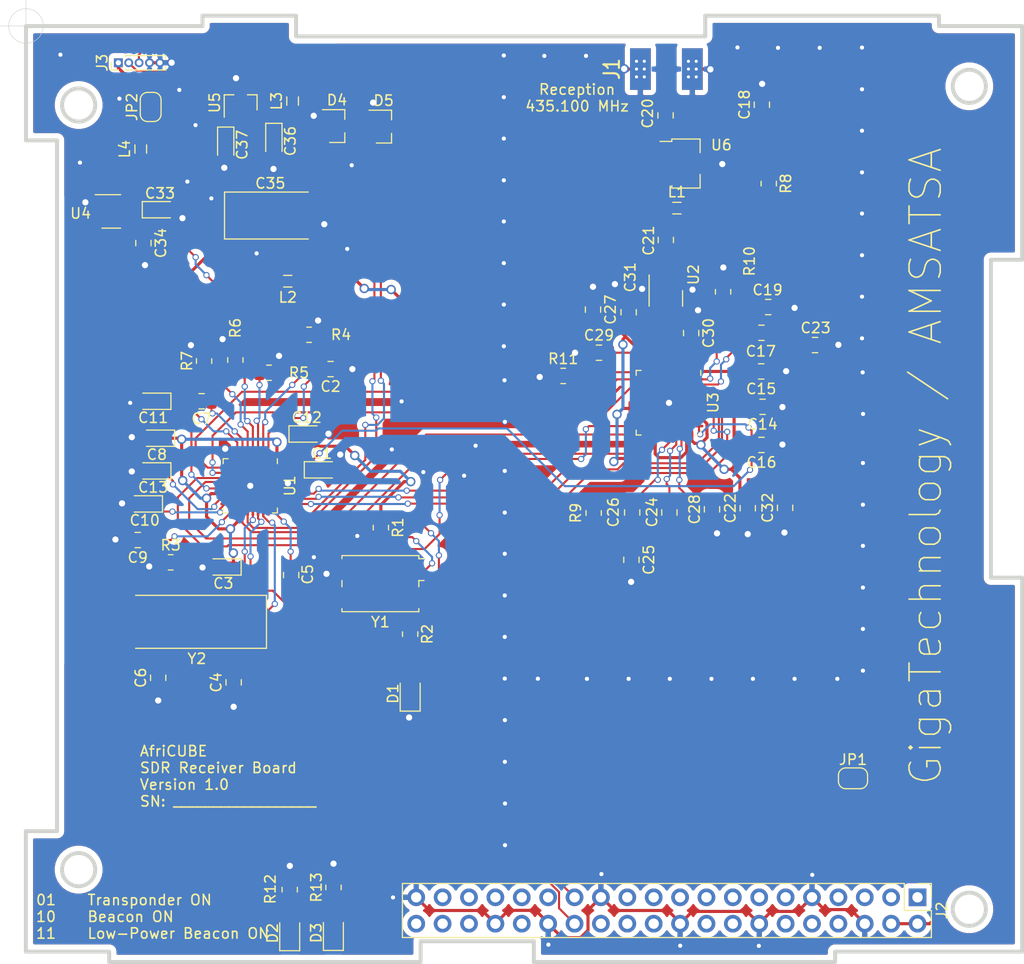
<source format=kicad_pcb>
(kicad_pcb (version 20171130) (host pcbnew "(5.1.9)-1")
  (title_block (title "AfriCUBE Satellite") (date 2021-02-03) (rev "Version 1.0") (company "GigaTechnology / AMSATSA") (comment 1 "Anton Janovsky  Shahn Pretorius") (comment 2 "SDR Receiver Board"))
  (layers (0 F.Cu signal) (31 B.Cu signal) (34 B.Paste user) (35 F.Paste user) (36 B.SilkS user) (37 F.SilkS user) (38 B.Mask user) (39 F.Mask user hide) (44 Edge.Cuts user))
  (net 0 "")
  (net 1 GND)
  (net 2 VDDI)
  (net 3 "Net-(C2-Pad2)")
  (net 4 VDIG)
  (net 5 "Net-(C4-Pad2)")
  (net 6 "Net-(C5-Pad2)")
  (net 7 REFCLK)
  (net 8 "Net-(C6-Pad2)")
  (net 9 "Net-(C7-Pad2)")
  (net 10 "Net-(C7-Pad1)")
  (net 11 "Net-(C9-Pad1)")
  (net 12 "Net-(C10-Pad1)")
  (net 13 "Net-(C11-Pad1)")
  (net 14 V18-SYNTH)
  (net 15 VRF)
  (net 16 "Net-(C17-Pad2)")
  (net 17 HFPORT)
  (net 18 "Net-(C21-Pad1)")
  (net 19 "Net-(D1-Pad2)")
  (net 20 USB_DM)
  (net 21 "Net-(R3-Pad2)")
  (net 22 VHF_120_250MHZ)
  (net 23 VHF_50_120MHZ)
  (net 24 "Net-(R1-Pad2)")
  (net 25 USB_DP)
  (net 26 I_IN_P)
  (net 27 I_IN_N)
  (net 28 Q_IN_P)
  (net 29 Q_IN_N)
  (net 30 SPI_LAT)
  (net 31 SPI_DATA)
  (net 32 SPI_CLK)
  (net 33 UHF_400_1000MHZ)
  (net 34 "Net-(U3-Pad5)")
  (net 35 "Net-(U3-Pad13)")
  (net 36 "Net-(U3-Pad16)")
  (net 37 "Net-(U3-Pad17)")
  (net 38 LNAND_IN)
  (net 39 LBAND-INB)
  (net 40 "Net-(U3-Pad37)")
  (net 41 "Net-(U3-Pad38)")
  (net 42 "Net-(R4-Pad1)")
  (net 43 "Net-(R5-Pad1)")
  (net 44 "Net-(R6-Pad1)")
  (net 45 "Net-(R7-Pad1)")
  (net 46 +5V)
  (net 47 "Net-(D2-Pad1)")
  (net 48 "Net-(D3-Pad1)")
  (net 49 "Net-(J2-Pad1)")
  (net 50 "Net-(J2-Pad3)")
  (net 51 "Net-(J2-Pad5)")
  (net 52 "Net-(J2-Pad7)")
  (net 53 "Net-(J2-Pad8)")
  (net 54 "Net-(J2-Pad10)")
  (net 55 "Net-(J2-Pad11)")
  (net 56 "Net-(J2-Pad12)")
  (net 57 "Net-(J2-Pad13)")
  (net 58 "Net-(J2-Pad15)")
  (net 59 "Net-(J2-Pad16)")
  (net 60 "Net-(J2-Pad17)")
  (net 61 "Net-(J2-Pad18)")
  (net 62 "Net-(J2-Pad19)")
  (net 63 "Net-(J2-Pad21)")
  (net 64 "Net-(J2-Pad22)")
  (net 65 "Net-(J2-Pad23)")
  (net 66 "Net-(J2-Pad24)")
  (net 67 "Net-(J2-Pad26)")
  (net 68 "Net-(J2-Pad29)")
  (net 69 "Net-(J2-Pad31)")
  (net 70 "Net-(J2-Pad32)")
  (net 71 "Net-(J2-Pad33)")
  (net 72 "Net-(J2-Pad35)")
  (net 73 "Net-(J2-Pad36)")
  (net 74 "Net-(J2-Pad37)")
  (net 75 "Net-(J2-Pad38)")
  (net 76 "Net-(J2-Pad40)")
  (net 77 UHF_AMP)
  (net 78 "Net-(C19-Pad2)")
  (net 79 "Net-(C20-Pad2)")
  (net 80 "Net-(C24-Pad2)")
  (net 81 "Net-(C24-Pad1)")
  (net 82 "Net-(C26-Pad1)")
  (net 83 "Net-(C29-Pad2)")
  (net 84 "Net-(C30-Pad2)")
  (net 85 "Net-(C31-Pad2)")
  (net 86 "Net-(C33-Pad1)")
  (net 87 "Net-(C34-Pad1)")
  (net 88 "Net-(C36-Pad1)")
  (net 89 "Net-(C37-Pad1)")
  (net 90 "Net-(D2-Pad2)")
  (net 91 "Net-(D3-Pad2)")
  (net 92 "Net-(L1-Pad2)")
  (net 93 UHF_400_1000MHZ_Filter)
  (net 94 "Net-(J3-Pad1)")
  (net 95 "Net-(J2-Pad2)")
  (module Inductor_SMD:L_0805_2012Metric (layer F.Cu) (at 91.948 69.4987 90)
    (fp_text reference L4 (at 0 -1.55 90) (layer F.SilkS))
    (fp_text value L)
    (pad 2 smd roundrect (at 1.0625 0 90) (size 0.875 1.2) (layers F.Cu F.Paste F.Mask) (net 46 +5V))
    (pad 1 smd roundrect (at -1.0625 0 90) (size 0.875 1.2) (layers F.Cu F.Paste F.Mask) (net 89 "Net-(C37-Pad1)"))
  )
  (module Inductor_SMD:L_0805_2012Metric (layer F.Cu) (at 106.5657 64.8759 90)
    (fp_text reference L3 (at 0 -1.55 90) (layer F.SilkS))
    (fp_text value L)
    (pad 2 smd roundrect (at 1.0625 0 90) (size 0.875 1.2) (layers F.Cu F.Paste F.Mask) (net 88 "Net-(C36-Pad1)"))
    (pad 1 smd roundrect (at -1.0625 0 90) (size 0.875 1.2) (layers F.Cu F.Paste F.Mask) (net 4 VDIG))
  )
  (module Package_DFN_QFN:QFN-40-1EP_6x6mm_P0.5mm_EP4.6x4.6mm (layer F.Cu) (at 142.748 93.9165 270)
    (fp_text reference U3 (at 0 -4.3 90) (layer F.SilkS))
    (fp_text value msi001)
    (pad 1 smd roundrect (at -2.9375 -2.25 270) (size 0.825 0.25) (layers F.Cu F.Paste F.Mask) (net 15 VRF))
    (pad 2 smd roundrect (at -2.9375 -1.75 270) (size 0.825 0.25) (layers F.Cu F.Paste F.Mask) (net 15 VRF))
    (pad 3 smd roundrect (at -2.9375 -1.25 270) (size 0.825 0.25) (layers F.Cu F.Paste F.Mask) (net 22 VHF_120_250MHZ))
    (pad 4 smd roundrect (at -2.9375 -0.75 270) (size 0.825 0.25) (layers F.Cu F.Paste F.Mask) (net 84 "Net-(C30-Pad2)"))
    (pad 5 smd roundrect (at -2.9375 -0.25 270) (size 0.825 0.25) (layers F.Cu F.Paste F.Mask) (net 34 "Net-(U3-Pad5)"))
    (pad 6 smd roundrect (at -2.9375 0.25 270) (size 0.825 0.25) (layers F.Cu F.Paste F.Mask) (net 93 UHF_400_1000MHZ_Filter))
    (pad 7 smd roundrect (at -2.9375 0.75 270) (size 0.825 0.25) (layers F.Cu F.Paste F.Mask) (net 85 "Net-(C31-Pad2)"))
    (pad 8 smd roundrect (at -2.9375 1.25 270) (size 0.825 0.25) (layers F.Cu F.Paste F.Mask) (net 15 VRF))
    (pad 9 smd roundrect (at -2.9375 1.75 270) (size 0.825 0.25) (layers F.Cu F.Paste F.Mask) (net 83 "Net-(C29-Pad2)"))
    (pad 10 smd roundrect (at -2.9375 2.25 270) (size 0.825 0.25) (layers F.Cu F.Paste F.Mask) (net 23 VHF_50_120MHZ))
    (pad 11 smd roundrect (at -2.25 2.9375 270) (size 0.25 0.825) (layers F.Cu F.Paste F.Mask) (net 26 I_IN_P))
    (pad 12 smd roundrect (at -1.75 2.9375 270) (size 0.25 0.825) (layers F.Cu F.Paste F.Mask) (net 27 I_IN_N))
    (pad 13 smd roundrect (at -1.25 2.9375 270) (size 0.25 0.825) (layers F.Cu F.Paste F.Mask) (net 35 "Net-(U3-Pad13)"))
    (pad 14 smd roundrect (at -0.75 2.9375 270) (size 0.25 0.825) (layers F.Cu F.Paste F.Mask) (net 15 VRF))
    (pad 15 smd roundrect (at -0.25 2.9375 270) (size 0.25 0.825) (layers F.Cu F.Paste F.Mask) (net 15 VRF))
    (pad 16 smd roundrect (at 0.25 2.9375 270) (size 0.25 0.825) (layers F.Cu F.Paste F.Mask) (net 36 "Net-(U3-Pad16)"))
    (pad 17 smd roundrect (at 0.75 2.9375 270) (size 0.25 0.825) (layers F.Cu F.Paste F.Mask) (net 37 "Net-(U3-Pad17)"))
    (pad 18 smd roundrect (at 1.25 2.9375 270) (size 0.25 0.825) (layers F.Cu F.Paste F.Mask) (net 15 VRF))
    (pad 19 smd roundrect (at 1.75 2.9375 270) (size 0.25 0.825) (layers F.Cu F.Paste F.Mask) (net 15 VRF))
    (pad 20 smd roundrect (at 2.25 2.9375 270) (size 0.25 0.825) (layers F.Cu F.Paste F.Mask) (net 7 REFCLK))
    (pad 21 smd roundrect (at 2.9375 2.25 270) (size 0.825 0.25) (layers F.Cu F.Paste F.Mask) (net 29 Q_IN_N))
    (pad 22 smd roundrect (at 2.9375 1.75 270) (size 0.825 0.25) (layers F.Cu F.Paste F.Mask) (net 28 Q_IN_P))
    (pad 23 smd roundrect (at 2.9375 1.25 270) (size 0.825 0.25) (layers F.Cu F.Paste F.Mask) (net 15 VRF))
    (pad 24 smd roundrect (at 2.9375 0.75 270) (size 0.825 0.25) (layers F.Cu F.Paste F.Mask) (net 38 LNAND_IN))
    (pad 25 smd roundrect (at 2.9375 0.25 270) (size 0.825 0.25) (layers F.Cu F.Paste F.Mask) (net 39 LBAND-INB))
    (pad 26 smd roundrect (at 2.9375 -0.25 270) (size 0.825 0.25) (layers F.Cu F.Paste F.Mask) (net 82 "Net-(C26-Pad1)"))
    (pad 27 smd roundrect (at 2.9375 -0.75 270) (size 0.825 0.25) (layers F.Cu F.Paste F.Mask) (net 80 "Net-(C24-Pad2)"))
    (pad 28 smd roundrect (at 2.9375 -1.25 270) (size 0.825 0.25) (layers F.Cu F.Paste F.Mask) (net 81 "Net-(C24-Pad1)"))
    (pad 29 smd roundrect (at 2.9375 -1.75 270) (size 0.825 0.25) (layers F.Cu F.Paste F.Mask) (net 15 VRF))
    (pad 30 smd roundrect (at 2.9375 -2.25 270) (size 0.825 0.25) (layers F.Cu F.Paste F.Mask) (net 15 VRF))
    (pad 31 smd roundrect (at 2.25 -2.9375 270) (size 0.25 0.825) (layers F.Cu F.Paste F.Mask) (net 2 VDDI))
    (pad 32 smd roundrect (at 1.75 -2.9375 270) (size 0.25 0.825) (layers F.Cu F.Paste F.Mask) (net 15 VRF))
    (pad 33 smd roundrect (at 1.25 -2.9375 270) (size 0.25 0.825) (layers F.Cu F.Paste F.Mask) (net 30 SPI_LAT))
    (pad 34 smd roundrect (at 0.75 -2.9375 270) (size 0.25 0.825) (layers F.Cu F.Paste F.Mask) (net 32 SPI_CLK))
    (pad 35 smd roundrect (at 0.25 -2.9375 270) (size 0.25 0.825) (layers F.Cu F.Paste F.Mask) (net 31 SPI_DATA))
    (pad 36 smd roundrect (at -0.25 -2.9375 270) (size 0.25 0.825) (layers F.Cu F.Paste F.Mask) (net 15 VRF))
    (pad 37 smd roundrect (at -0.75 -2.9375 270) (size 0.25 0.825) (layers F.Cu F.Paste F.Mask) (net 40 "Net-(U3-Pad37)"))
    (pad 38 smd roundrect (at -1.25 -2.9375 270) (size 0.25 0.825) (layers F.Cu F.Paste F.Mask) (net 41 "Net-(U3-Pad38)"))
    (pad 39 smd roundrect (at -1.75 -2.9375 270) (size 0.25 0.825) (layers F.Cu F.Paste F.Mask) (net 16 "Net-(C17-Pad2)"))
    (pad 40 smd roundrect (at -2.25 -2.9375 270) (size 0.25 0.825) (layers F.Cu F.Paste F.Mask) (net 78 "Net-(C19-Pad2)"))
    (pad 41 smd rect (at 0 0 270) (size 4.6 4.6) (layers F.Cu F.Mask) (net 1 GND))
  )
  (module Package_TO_SOT_SMD:SOT-23-5 (layer F.Cu) (at 89.111 75.499)
    (fp_text reference U4 (at -2.9542 0.193) (layer F.SilkS))
    (fp_text value RT9193-28)
    (pad 5 smd rect (at 1.1 -0.95) (size 1.06 0.65) (layers F.Cu F.Paste F.Mask) (net 86 "Net-(C33-Pad1)"))
    (pad 4 smd rect (at 1.1 0.95) (size 1.06 0.65) (layers F.Cu F.Paste F.Mask) (net 87 "Net-(C34-Pad1)"))
    (pad 3 smd rect (at -1.1 0.95) (size 1.06 0.65) (layers F.Cu F.Paste F.Mask) (net 14 V18-SYNTH))
    (pad 2 smd rect (at -1.1 0) (size 1.06 0.65) (layers F.Cu F.Paste F.Mask) (net 1 GND))
    (pad 1 smd rect (at -1.1 -0.95) (size 1.06 0.65) (layers F.Cu F.Paste F.Mask) (net 89 "Net-(C37-Pad1)"))
  )
  (module Package_TO_SOT_SMD:SOT-23 (layer F.Cu) (at 101.5619 65.0334 90)
    (fp_text reference U5 (at 0 -2.5 90) (layer F.SilkS))
    (fp_text value AP7313-33SAG)
    (pad 3 smd rect (at 1 0 90) (size 0.9 0.8) (layers F.Cu F.Paste F.Mask) (net 1 GND))
    (pad 2 smd rect (at -1 0.95 90) (size 0.9 0.8) (layers F.Cu F.Paste F.Mask) (net 88 "Net-(C36-Pad1)"))
    (pad 1 smd rect (at -1 -0.95 90) (size 0.9 0.8) (layers F.Cu F.Paste F.Mask) (net 89 "Net-(C37-Pad1)"))
  )
  (module Crystal:Crystal_SMD_HC49-SD (layer F.Cu) (at 97.35 115.0112 180)
    (fp_text reference Y2 (at 0 -3.55) (layer F.SilkS))
    (fp_text value 24MHz)
    (pad 2 smd rect (at 4.25 0 180) (size 4.5 2) (layers F.Cu F.Paste F.Mask) (net 8 "Net-(C6-Pad2)"))
    (pad 1 smd rect (at -4.25 0 180) (size 4.5 2) (layers F.Cu F.Paste F.Mask) (net 5 "Net-(C4-Pad2)"))
  )
  (module Package_DFN_QFN:QFN-32-1EP_5x5mm_P0.5mm_EP3.1x3.1mm (layer F.Cu) (at 102.489 101.9175 270)
    (fp_text reference U1 (at 0 -3.82 90) (layer F.SilkS))
    (fp_text value msi2500)
    (pad 1 smd roundrect (at -2.4375 -1.75 270) (size 0.875 0.25) (layers F.Cu F.Paste F.Mask) (net 3 "Net-(C2-Pad2)"))
    (pad 2 smd roundrect (at -2.4375 -1.25 270) (size 0.875 0.25) (layers F.Cu F.Paste F.Mask) (net 42 "Net-(R4-Pad1)"))
    (pad 3 smd roundrect (at -2.4375 -0.75 270) (size 0.875 0.25) (layers F.Cu F.Paste F.Mask) (net 43 "Net-(R5-Pad1)"))
    (pad 4 smd roundrect (at -2.4375 -0.25 270) (size 0.875 0.25) (layers F.Cu F.Paste F.Mask) (net 44 "Net-(R6-Pad1)"))
    (pad 5 smd roundrect (at -2.4375 0.25 270) (size 0.875 0.25) (layers F.Cu F.Paste F.Mask) (net 45 "Net-(R7-Pad1)"))
    (pad 6 smd roundrect (at -2.4375 0.75 270) (size 0.875 0.25) (layers F.Cu F.Paste F.Mask) (net 10 "Net-(C7-Pad1)"))
    (pad 7 smd roundrect (at -2.4375 1.25 270) (size 0.875 0.25) (layers F.Cu F.Paste F.Mask) (net 9 "Net-(C7-Pad2)"))
    (pad 8 smd roundrect (at -2.4375 1.75 270) (size 0.875 0.25) (layers F.Cu F.Paste F.Mask) (net 1 GND))
    (pad 9 smd roundrect (at -1.75 2.4375 270) (size 0.25 0.875) (layers F.Cu F.Paste F.Mask) (net 26 I_IN_P))
    (pad 10 smd roundrect (at -1.25 2.4375 270) (size 0.25 0.875) (layers F.Cu F.Paste F.Mask) (net 27 I_IN_N))
    (pad 11 smd roundrect (at -0.75 2.4375 270) (size 0.25 0.875) (layers F.Cu F.Paste F.Mask) (net 28 Q_IN_P))
    (pad 12 smd roundrect (at -0.25 2.4375 270) (size 0.25 0.875) (layers F.Cu F.Paste F.Mask) (net 29 Q_IN_N))
    (pad 13 smd roundrect (at 0.25 2.4375 270) (size 0.25 0.875) (layers F.Cu F.Paste F.Mask) (net 13 "Net-(C11-Pad1)"))
    (pad 14 smd roundrect (at 0.75 2.4375 270) (size 0.25 0.875) (layers F.Cu F.Paste F.Mask) (net 4 VDIG))
    (pad 15 smd roundrect (at 1.25 2.4375 270) (size 0.25 0.875) (layers F.Cu F.Paste F.Mask) (net 14 V18-SYNTH))
    (pad 16 smd roundrect (at 1.75 2.4375 270) (size 0.25 0.875) (layers F.Cu F.Paste F.Mask) (net 12 "Net-(C10-Pad1)"))
    (pad 17 smd roundrect (at 2.4375 1.75 270) (size 0.875 0.25) (layers F.Cu F.Paste F.Mask) (net 11 "Net-(C9-Pad1)"))
    (pad 18 smd roundrect (at 2.4375 1.25 270) (size 0.875 0.25) (layers F.Cu F.Paste F.Mask) (net 4 VDIG))
    (pad 19 smd roundrect (at 2.4375 0.75 270) (size 0.875 0.25) (layers F.Cu F.Paste F.Mask) (net 25 USB_DP))
    (pad 20 smd roundrect (at 2.4375 0.25 270) (size 0.875 0.25) (layers F.Cu F.Paste F.Mask) (net 20 USB_DM))
    (pad 21 smd roundrect (at 2.4375 -0.25 270) (size 0.875 0.25) (layers F.Cu F.Paste F.Mask) (net 21 "Net-(R3-Pad2)"))
    (pad 22 smd roundrect (at 2.4375 -0.75 270) (size 0.875 0.25) (layers F.Cu F.Paste F.Mask) (net 8 "Net-(C6-Pad2)"))
    (pad 23 smd roundrect (at 2.4375 -1.25 270) (size 0.875 0.25) (layers F.Cu F.Paste F.Mask) (net 5 "Net-(C4-Pad2)"))
    (pad 24 smd roundrect (at 2.4375 -1.75 270) (size 0.875 0.25) (layers F.Cu F.Paste F.Mask) (net 6 "Net-(C5-Pad2)"))
    (pad 25 smd roundrect (at 1.75 -2.4375 270) (size 0.25 0.875) (layers F.Cu F.Paste F.Mask) (net 30 SPI_LAT))
    (pad 26 smd roundrect (at 1.25 -2.4375 270) (size 0.25 0.875) (layers F.Cu F.Paste F.Mask) (net 31 SPI_DATA))
    (pad 27 smd roundrect (at 0.75 -2.4375 270) (size 0.25 0.875) (layers F.Cu F.Paste F.Mask) (net 32 SPI_CLK))
    (pad 28 smd roundrect (at 0.25 -2.4375 270) (size 0.25 0.875) (layers F.Cu F.Paste F.Mask) (net 1 GND))
    (pad 29 smd roundrect (at -0.25 -2.4375 270) (size 0.25 0.875) (layers F.Cu F.Paste F.Mask) (net 1 GND))
    (pad 30 smd roundrect (at -0.75 -2.4375 270) (size 0.25 0.875) (layers F.Cu F.Paste F.Mask) (net 1 GND))
    (pad 31 smd roundrect (at -1.25 -2.4375 270) (size 0.25 0.875) (layers F.Cu F.Paste F.Mask) (net 2 VDDI))
    (pad 32 smd roundrect (at -1.75 -2.4375 270) (size 0.25 0.875) (layers F.Cu F.Paste F.Mask) (net 4 VDIG))
    (pad 33 smd rect (at 0 0 270) (size 3.1 3.1) (layers F.Cu F.Mask) (net 1 GND))
  )
  (module Crystal:Crystal_SMD_7050-4Pin_7.0x5.0mm (layer F.Cu) (at 115.0148 111.332 180)
    (fp_text reference Y1 (at 0 -3.7) (layer F.SilkS))
    (fp_text value 24MHZ)
    (pad 4 smd rect (at -2.95 -1.35 180) (size 2.1 1.7) (layers F.Cu F.Paste F.Mask) (net 4 VDIG))
    (pad 3 smd rect (at 2.95 -1.35 180) (size 2.1 1.7) (layers F.Cu F.Paste F.Mask) (net 8 "Net-(C6-Pad2)"))
    (pad 2 smd rect (at 2.95 1.35 180) (size 2.1 1.7) (layers F.Cu F.Paste F.Mask) (net 1 GND))
    (pad 1 smd rect (at -2.95 1.35 180) (size 2.1 1.7) (layers F.Cu F.Paste F.Mask) (net 24 "Net-(R1-Pad2)"))
  )
  (module Capacitor_SMD:C_0805_2012Metric (layer F.Cu) (at 146.939 104.1806 90)
    (fp_text reference C28 (at 0 -1.68 90) (layer F.SilkS))
    (fp_text value 10nF)
    (pad 2 smd roundrect (at 0.95 0 90) (size 1 1.45) (layers F.Cu F.Paste F.Mask) (net 15 VRF))
    (pad 1 smd roundrect (at -0.95 0 90) (size 1 1.45) (layers F.Cu F.Paste F.Mask) (net 1 GND))
  )
  (module Resistor_SMD:R_0805_2012Metric (layer F.Cu) (at 148.0058 83.2377 90)
    (fp_text reference R10 (at 2.9445 2.54 90) (layer F.SilkS))
    (fp_text value 50)
    (pad 2 smd roundrect (at 0.9125 0 90) (size 1.025 1.4) (layers F.Cu F.Paste F.Mask) (roundrect_rratio 0.2439014634146341) (net 1 GND))
    (pad 1 smd roundrect (at -0.9125 0 90) (size 1.025 1.4) (layers F.Cu F.Paste F.Mask) (roundrect_rratio 0.2439014634146341) (net 22 VHF_120_250MHZ))
  )
  (module Resistor_SMD:R_0805_2012Metric (layer F.Cu) (at 135.5471 104.5356 90)
    (fp_text reference R9 (at 0.0019 -1.7272 90) (layer F.SilkS))
    (fp_text value 390)
    (pad 2 smd roundrect (at 0.9125 0 90) (size 1.025 1.4) (layers F.Cu F.Paste F.Mask) (roundrect_rratio 0.2439014634146341) (net 82 "Net-(C26-Pad1)"))
    (pad 1 smd roundrect (at -0.9125 0 90) (size 1.025 1.4) (layers F.Cu F.Paste F.Mask) (roundrect_rratio 0.2439014634146341) (net 81 "Net-(C24-Pad1)"))
  )
  (module Resistor_SMD:R_0805_2012Metric (layer F.Cu) (at 152.4 72.8218 270)
    (fp_text reference R8 (at 0 -1.65 90) (layer F.SilkS))
    (fp_text value 50)
    (pad 2 smd roundrect (at 0.9125 0 270) (size 1.025 1.4) (layers F.Cu F.Paste F.Mask) (roundrect_rratio 0.2439014634146341) (net 92 "Net-(L1-Pad2)"))
    (pad 1 smd roundrect (at -0.9125 0 270) (size 1.025 1.4) (layers F.Cu F.Paste F.Mask) (roundrect_rratio 0.2439014634146341) (net 46 +5V))
  )
  (module Resistor_SMD:R_0805_2012Metric (layer F.Cu) (at 98.044 89.9052 90)
    (fp_text reference R7 (at 0 -1.65 90) (layer F.SilkS))
    (fp_text value 10K)
    (pad 2 smd roundrect (at 0.9125 0 90) (size 1.025 1.4) (layers F.Cu F.Paste F.Mask) (roundrect_rratio 0.2439014634146341) (net 1 GND))
    (pad 1 smd roundrect (at -0.9125 0 90) (size 1.025 1.4) (layers F.Cu F.Paste F.Mask) (roundrect_rratio 0.2439014634146341) (net 45 "Net-(R7-Pad1)"))
  )
  (module Resistor_SMD:R_0805_2012Metric (layer F.Cu) (at 101.0539 89.8036 90)
    (fp_text reference R6 (at 3.0715 0 90) (layer F.SilkS))
    (fp_text value 10K)
    (pad 2 smd roundrect (at 0.9125 0 90) (size 1.025 1.4) (layers F.Cu F.Paste F.Mask) (roundrect_rratio 0.2439014634146341) (net 1 GND))
    (pad 1 smd roundrect (at -0.9125 0 90) (size 1.025 1.4) (layers F.Cu F.Paste F.Mask) (roundrect_rratio 0.2439014634146341) (net 44 "Net-(R6-Pad1)"))
  )
  (module Resistor_SMD:R_0805_2012Metric (layer F.Cu) (at 104.2943 91.0336)
    (fp_text reference R5 (at 2.881 0) (layer F.SilkS))
    (fp_text value 10K)
    (pad 2 smd roundrect (at 0.9125 0) (size 1.025 1.4) (layers F.Cu F.Paste F.Mask) (roundrect_rratio 0.2439014634146341) (net 1 GND))
    (pad 1 smd roundrect (at -0.9125 0) (size 1.025 1.4) (layers F.Cu F.Paste F.Mask) (roundrect_rratio 0.2439014634146341) (net 43 "Net-(R5-Pad1)"))
  )
  (module Resistor_SMD:R_0805_2012Metric (layer F.Cu) (at 108.1551 87.376)
    (fp_text reference R4 (at 3.0715 0) (layer F.SilkS))
    (fp_text value 10K)
    (pad 2 smd roundrect (at 0.9125 0) (size 1.025 1.4) (layers F.Cu F.Paste F.Mask) (roundrect_rratio 0.2439014634146341) (net 1 GND))
    (pad 1 smd roundrect (at -0.9125 0) (size 1.025 1.4) (layers F.Cu F.Paste F.Mask) (roundrect_rratio 0.2439014634146341) (net 42 "Net-(R4-Pad1)"))
  )
  (module Resistor_SMD:R_0805_2012Metric (layer F.Cu) (at 94.829 109.2835)
    (fp_text reference R3 (at 0 -1.65) (layer F.SilkS))
    (fp_text value 510R)
    (pad 2 smd roundrect (at 0.9125 0) (size 1.025 1.4) (layers F.Cu F.Paste F.Mask) (roundrect_rratio 0.2439014634146341) (net 21 "Net-(R3-Pad2)"))
    (pad 1 smd roundrect (at -0.9125 0) (size 1.025 1.4) (layers F.Cu F.Paste F.Mask) (roundrect_rratio 0.2439014634146341) (net 1 GND))
  )
  (module Resistor_SMD:R_0805_2012Metric (layer F.Cu) (at 117.8814 116.1942 270)
    (fp_text reference R2 (at 0 -1.65 90) (layer F.SilkS))
    (fp_text value 512)
    (pad 2 smd roundrect (at 0.9125 0 270) (size 1.025 1.4) (layers F.Cu F.Paste F.Mask) (roundrect_rratio 0.2439014634146341) (net 19 "Net-(D1-Pad2)"))
    (pad 1 smd roundrect (at -0.9125 0 270) (size 1.025 1.4) (layers F.Cu F.Paste F.Mask) (roundrect_rratio 0.2439014634146341) (net 4 VDIG))
  )
  (module Capacitor_SMD:C_0805_2012Metric (layer F.Cu) (at 138.9126 85.2068 270)
    (fp_text reference C31 (at -3.368 -0.1524 90) (layer F.SilkS))
    (fp_text value 10nF)
    (pad 2 smd roundrect (at 0.95 0 270) (size 1 1.45) (layers F.Cu F.Paste F.Mask) (net 85 "Net-(C31-Pad2)"))
    (pad 1 smd roundrect (at -0.95 0 270) (size 1 1.45) (layers F.Cu F.Paste F.Mask) (net 1 GND))
  )
  (module Capacitor_SMD:C_0805_2012Metric (layer F.Cu) (at 136.0576 89.1032)
    (fp_text reference C29 (at 0 -1.68) (layer F.SilkS))
    (fp_text value 10nF)
    (pad 2 smd roundrect (at 0.95 0) (size 1 1.45) (layers F.Cu F.Paste F.Mask) (net 83 "Net-(C29-Pad2)"))
    (pad 1 smd roundrect (at -0.95 0) (size 1 1.45) (layers F.Cu F.Paste F.Mask) (net 1 GND))
  )
  (module Capacitor_SMD:C_0805_2012Metric (layer F.Cu) (at 135.4836 84.9528 270)
    (fp_text reference C27 (at 0 -1.68 90) (layer F.SilkS))
    (fp_text value 10nF)
    (pad 2 smd roundrect (at 0.95 0 270) (size 1 1.45) (layers F.Cu F.Paste F.Mask) (net 15 VRF))
    (pad 1 smd roundrect (at -0.95 0 270) (size 1 1.45) (layers F.Cu F.Paste F.Mask) (net 1 GND))
  )
  (module Capacitor_SMD:C_0805_2012Metric (layer F.Cu) (at 139.2555 104.4804 270)
    (fp_text reference C26 (at -0.0229 1.8161 90) (layer F.SilkS))
    (fp_text value 33nF)
    (pad 2 smd roundrect (at 0.95 0 270) (size 1 1.45) (layers F.Cu F.Paste F.Mask) (net 80 "Net-(C24-Pad2)"))
    (pad 1 smd roundrect (at -0.95 0 270) (size 1 1.45) (layers F.Cu F.Paste F.Mask) (net 82 "Net-(C26-Pad1)"))
  )
  (module Capacitor_SMD:C_0805_2012Metric (layer F.Cu) (at 139.1793 109.0397 270)
    (fp_text reference C25 (at 0 -1.68 90) (layer F.SilkS))
    (fp_text value 10nF)
    (pad 2 smd roundrect (at 0.95 0 270) (size 1 1.45) (layers F.Cu F.Paste F.Mask) (net 1 GND))
    (pad 1 smd roundrect (at -0.95 0 270) (size 1 1.45) (layers F.Cu F.Paste F.Mask) (net 81 "Net-(C24-Pad1)"))
  )
  (module Capacitor_SMD:C_0805_2012Metric (layer F.Cu) (at 142.8369 104.4804 90)
    (fp_text reference C24 (at 0.0229 -1.6764 90) (layer F.SilkS))
    (fp_text value 6800pF)
    (pad 2 smd roundrect (at 0.95 0 90) (size 1 1.45) (layers F.Cu F.Paste F.Mask) (net 80 "Net-(C24-Pad2)"))
    (pad 1 smd roundrect (at -0.95 0 90) (size 1 1.45) (layers F.Cu F.Paste F.Mask) (net 81 "Net-(C24-Pad1)"))
  )
  (module Capacitor_SMD:C_0805_2012Metric (layer F.Cu) (at 156.8552 88.3666 180)
    (fp_text reference C23 (at -0.061 1.651) (layer F.SilkS))
    (fp_text value 10nF)
    (pad 2 smd roundrect (at 0.95 0 180) (size 1 1.45) (layers F.Cu F.Paste F.Mask) (net 15 VRF))
    (pad 1 smd roundrect (at -0.95 0 180) (size 1 1.45) (layers F.Cu F.Paste F.Mask) (net 1 GND))
  )
  (module Capacitor_SMD:C_0805_2012Metric (layer F.Cu) (at 150.3807 104.074 90)
    (fp_text reference C22 (at 0 -1.68 90) (layer F.SilkS))
    (fp_text value 10nF)
    (pad 2 smd roundrect (at 0.95 0 90) (size 1 1.45) (layers F.Cu F.Paste F.Mask) (net 15 VRF))
    (pad 1 smd roundrect (at -0.95 0 90) (size 1 1.45) (layers F.Cu F.Paste F.Mask) (net 1 GND))
  )
  (module Capacitor_SMD:C_0805_2012Metric (layer F.Cu) (at 142.494 78.2472 270)
    (fp_text reference C21 (at 0.066 1.651 90) (layer F.SilkS))
    (fp_text value 1nF)
    (pad 2 smd roundrect (at 0.95 0 270) (size 1 1.45) (layers F.Cu F.Paste F.Mask) (net 33 UHF_400_1000MHZ))
    (pad 1 smd roundrect (at -0.95 0 270) (size 1 1.45) (layers F.Cu F.Paste F.Mask) (net 18 "Net-(C21-Pad1)"))
  )
  (module Capacitor_SMD:C_0805_2012Metric (layer F.Cu) (at 142.4686 66.2584 270)
    (fp_text reference C20 (at -0.193 1.7272 90) (layer F.SilkS))
    (fp_text value 1nF)
    (pad 2 smd roundrect (at 0.95 0 270) (size 1 1.45) (layers F.Cu F.Paste F.Mask) (net 79 "Net-(C20-Pad2)"))
    (pad 1 smd roundrect (at -0.95 0 270) (size 1 1.45) (layers F.Cu F.Paste F.Mask) (net 77 UHF_AMP))
  )
  (module Capacitor_SMD:C_0805_2012Metric (layer F.Cu) (at 152.3492 84.709 180)
    (fp_text reference C19 (at 0.061 1.651) (layer F.SilkS))
    (fp_text value 100nF)
    (pad 2 smd roundrect (at 0.95 0 180) (size 1 1.45) (layers F.Cu F.Paste F.Mask) (net 78 "Net-(C19-Pad2)"))
    (pad 1 smd roundrect (at -0.95 0 180) (size 1 1.45) (layers F.Cu F.Paste F.Mask) (net 1 GND))
  )
  (module Capacitor_SMD:C_0805_2012Metric (layer F.Cu) (at 151.7396 65.2272 90)
    (fp_text reference C18 (at 0 -1.68 90) (layer F.SilkS))
    (fp_text value 1nF)
    (pad 2 smd roundrect (at 0.95 0 90) (size 1 1.45) (layers F.Cu F.Paste F.Mask) (net 1 GND))
    (pad 1 smd roundrect (at -0.95 0 90) (size 1 1.45) (layers F.Cu F.Paste F.Mask) (net 46 +5V))
  )
  (module Capacitor_SMD:C_0805_2012Metric (layer F.Cu) (at 151.699 87.1855 180)
    (fp_text reference C17 (at 0.061 -1.778) (layer F.SilkS))
    (fp_text value 100nF)
    (pad 2 smd roundrect (at 0.95 0 180) (size 1 1.45) (layers F.Cu F.Paste F.Mask) (net 16 "Net-(C17-Pad2)"))
    (pad 1 smd roundrect (at -0.95 0 180) (size 1 1.45) (layers F.Cu F.Paste F.Mask) (net 17 HFPORT))
  )
  (module Capacitor_SMD:C_0805_2012Metric (layer F.Cu) (at 151.699 97.9805 180)
    (fp_text reference C16 (at 0 -1.68) (layer F.SilkS))
    (fp_text value 10nF)
    (pad 2 smd roundrect (at 0.95 0 180) (size 1 1.45) (layers F.Cu F.Paste F.Mask) (net 2 VDDI))
    (pad 1 smd roundrect (at -0.95 0 180) (size 1 1.45) (layers F.Cu F.Paste F.Mask) (net 1 GND))
  )
  (module Capacitor_SMD:C_0805_2012Metric (layer F.Cu) (at 151.6736 90.9066 180)
    (fp_text reference C15 (at 0 -1.68) (layer F.SilkS))
    (fp_text value 10nF)
    (pad 2 smd roundrect (at 0.95 0 180) (size 1 1.45) (layers F.Cu F.Paste F.Mask) (net 15 VRF))
    (pad 1 smd roundrect (at -0.95 0 180) (size 1 1.45) (layers F.Cu F.Paste F.Mask) (net 1 GND))
  )
  (module Capacitor_SMD:C_0805_2012Metric (layer F.Cu) (at 151.8056 94.3102 180)
    (fp_text reference C14 (at 0 -1.68) (layer F.SilkS))
    (fp_text value 1uF)
    (pad 2 smd roundrect (at 0.95 0 180) (size 1 1.45) (layers F.Cu F.Paste F.Mask) (net 15 VRF))
    (pad 1 smd roundrect (at -0.95 0 180) (size 1 1.45) (layers F.Cu F.Paste F.Mask) (net 1 GND))
  )
  (module Capacitor_SMD:C_0805_2012Metric (layer F.Cu) (at 91.6584 107.1372 180)
    (fp_text reference C9 (at 0 -1.68) (layer F.SilkS))
    (fp_text value 1UF)
    (pad 2 smd roundrect (at 0.95 0 180) (size 1 1.45) (layers F.Cu F.Paste F.Mask) (net 1 GND))
    (pad 1 smd roundrect (at -0.95 0 180) (size 1 1.45) (layers F.Cu F.Paste F.Mask) (net 11 "Net-(C9-Pad1)"))
  )
  (module Capacitor_SMD:C_0805_2012Metric (layer F.Cu) (at 97.8052 93.7768 180)
    (fp_text reference C7 (at 0 -1.68) (layer F.SilkS))
    (fp_text value 10nF)
    (pad 2 smd roundrect (at 0.95 0 180) (size 1 1.45) (layers F.Cu F.Paste F.Mask) (net 9 "Net-(C7-Pad2)"))
    (pad 1 smd roundrect (at -0.95 0 180) (size 1 1.45) (layers F.Cu F.Paste F.Mask) (net 10 "Net-(C7-Pad1)"))
  )
  (module Capacitor_SMD:C_0805_2012Metric (layer F.Cu) (at 93.6244 120.396 90)
    (fp_text reference C6 (at 0 -1.68 90) (layer F.SilkS))
    (fp_text value 15pF)
    (pad 2 smd roundrect (at 0.95 0 90) (size 1 1.45) (layers F.Cu F.Paste F.Mask) (net 8 "Net-(C6-Pad2)"))
    (pad 1 smd roundrect (at -0.95 0 90) (size 1 1.45) (layers F.Cu F.Paste F.Mask) (net 1 GND))
  )
  (module Capacitor_SMD:C_0805_2012Metric (layer F.Cu) (at 106.426 110.5052 90)
    (fp_text reference C5 (at 0.066 1.5875 90) (layer F.SilkS))
    (fp_text value 10nF)
    (pad 2 smd roundrect (at 0.95 0 90) (size 1 1.45) (layers F.Cu F.Paste F.Mask) (net 6 "Net-(C5-Pad2)"))
    (pad 1 smd roundrect (at -0.95 0 90) (size 1 1.45) (layers F.Cu F.Paste F.Mask) (net 7 REFCLK))
  )
  (module Capacitor_SMD:C_0805_2012Metric (layer F.Cu) (at 100.8888 120.838 90)
    (fp_text reference C4 (at 0 -1.68 90) (layer F.SilkS))
    (fp_text value 15pF)
    (pad 2 smd roundrect (at 0.95 0 90) (size 1 1.45) (layers F.Cu F.Paste F.Mask) (net 5 "Net-(C4-Pad2)"))
    (pad 1 smd roundrect (at -0.95 0 90) (size 1 1.45) (layers F.Cu F.Paste F.Mask) (net 1 GND))
  )
  (module Capacitor_SMD:C_0805_2012Metric (layer F.Cu) (at 110.2208 90.678 180)
    (fp_text reference C2 (at 0 -1.68) (layer F.SilkS))
    (fp_text value 1UF)
    (pad 2 smd roundrect (at 0.95 0 180) (size 1 1.45) (layers F.Cu F.Paste F.Mask) (net 3 "Net-(C2-Pad2)"))
    (pad 1 smd roundrect (at -0.95 0 180) (size 1 1.45) (layers F.Cu F.Paste F.Mask) (net 1 GND))
  )
  (module Resistor_SMD:R_0805_2012Metric (layer F.Cu) (at 115.062 105.9415 270)
    (fp_text reference R1 (at 0 -1.65 90) (layer F.SilkS))
    (fp_text value 10K)
    (pad 1 smd roundrect (at -0.9125 0 270) (size 1.025 1.4) (layers F.Cu F.Paste F.Mask) (roundrect_rratio 0.2439014634146341) (net 4 VDIG))
    (pad 2 smd roundrect (at 0.9125 0 270) (size 1.025 1.4) (layers F.Cu F.Paste F.Mask) (roundrect_rratio 0.2439014634146341) (net 24 "Net-(R1-Pad2)"))
  )
  (module LED_SMD:LED_0805_2012Metric (layer F.Cu) (at 117.8814 121.9177 90)
    (fp_text reference D1 (at 0 -1.65 90) (layer F.SilkS))
    (fp_text value LED)
    (pad 1 smd roundrect (at -0.9375 0 90) (size 0.975 1.4) (layers F.Cu F.Paste F.Mask) (net 1 GND))
    (pad 2 smd roundrect (at 0.9375 0 90) (size 0.975 1.4) (layers F.Cu F.Paste F.Mask) (net 19 "Net-(D1-Pad2)"))
  )
  (module Package_DFN_QFN:DFN-6-1EP_3x3mm_P1mm_EP1.5x2.4mm (layer F.Cu) (at 142.494 83.1215 270)
    (fp_text reference U2 (at -1.5367 -2.667 90) (layer F.SilkS))
    (fp_text value B39431B3710U410)
    (pad 1 smd roundrect (at -1.45 -1 270) (size 0.8 0.4) (layers F.Cu F.Paste F.Mask) (net 1 GND))
    (pad 2 smd roundrect (at -1.45 0 270) (size 0.8 0.4) (layers F.Cu F.Paste F.Mask) (net 33 UHF_400_1000MHZ))
    (pad 3 smd roundrect (at -1.45 1 270) (size 0.8 0.4) (layers F.Cu F.Paste F.Mask) (net 1 GND))
    (pad 4 smd roundrect (at 1.45 1 270) (size 0.8 0.4) (layers F.Cu F.Paste F.Mask) (net 1 GND))
    (pad 5 smd roundrect (at 1.45 0 270) (size 0.8 0.4) (layers F.Cu F.Paste F.Mask) (net 93 UHF_400_1000MHZ_Filter))
    (pad 6 smd roundrect (at 1.45 -1 270) (size 0.8 0.4) (layers F.Cu F.Paste F.Mask) (net 1 GND))
    (pad 7 smd rect (at 0 0 270) (size 1.5 2.4) (layers F.Cu F.Mask))
  )
  (module Capacitor_Tantalum_SMD:CP_EIA-2012-12_Kemet-R (layer F.Cu) (at 109.3993 100.3808)
    (fp_text reference C1 (at 0 -1.58) (layer F.SilkS))
    (fp_text value CP)
    (pad 2 smd roundrect (at 0.8875 0) (size 1.125 1.05) (layers F.Cu F.Paste F.Mask) (roundrect_rratio 0.2380942857142857) (net 1 GND))
    (pad 1 smd roundrect (at -0.8875 0) (size 1.125 1.05) (layers F.Cu F.Paste F.Mask) (roundrect_rratio 0.2380942857142857) (net 2 VDDI))
  )
  (module Capacitor_Tantalum_SMD:CP_EIA-2012-12_Kemet-R (layer F.Cu) (at 99.8997 109.728 180)
    (fp_text reference C3 (at 0 -1.58) (layer F.SilkS))
    (fp_text value CP)
    (pad 1 smd roundrect (at -0.8875 0 180) (size 1.125 1.05) (layers F.Cu F.Paste F.Mask) (roundrect_rratio 0.2380942857142857) (net 4 VDIG))
    (pad 2 smd roundrect (at 0.8875 0 180) (size 1.125 1.05) (layers F.Cu F.Paste F.Mask) (roundrect_rratio 0.2380942857142857) (net 1 GND))
  )
  (module Capacitor_Tantalum_SMD:CP_EIA-2012-12_Kemet-R (layer F.Cu) (at 93.4959 97.3328 180)
    (fp_text reference C8 (at 0 -1.58) (layer F.SilkS))
    (fp_text value CP)
    (pad 2 smd roundrect (at 0.8875 0 180) (size 1.125 1.05) (layers F.Cu F.Paste F.Mask) (roundrect_rratio 0.2380942857142857) (net 1 GND))
    (pad 1 smd roundrect (at -0.8875 0 180) (size 1.125 1.05) (layers F.Cu F.Paste F.Mask) (roundrect_rratio 0.2380942857142857) (net 4 VDIG))
  )
  (module Capacitor_Tantalum_SMD:CP_EIA-2012-12_Kemet-R (layer F.Cu) (at 92.329 103.6574 180)
    (fp_text reference C10 (at 0 -1.58) (layer F.SilkS))
    (fp_text value CP)
    (pad 1 smd roundrect (at -0.8875 0 180) (size 1.125 1.05) (layers F.Cu F.Paste F.Mask) (roundrect_rratio 0.2380942857142857) (net 12 "Net-(C10-Pad1)"))
    (pad 2 smd roundrect (at 0.8875 0 180) (size 1.125 1.05) (layers F.Cu F.Paste F.Mask) (roundrect_rratio 0.2380942857142857) (net 1 GND))
  )
  (module Capacitor_Tantalum_SMD:CP_EIA-2012-12_Kemet-R (layer F.Cu) (at 93.1433 93.7768 180)
    (fp_text reference C11 (at 0 -1.58) (layer F.SilkS))
    (fp_text value CP)
    (pad 2 smd roundrect (at 0.8875 0 180) (size 1.125 1.05) (layers F.Cu F.Paste F.Mask) (roundrect_rratio 0.2380942857142857) (net 1 GND))
    (pad 1 smd roundrect (at -0.8875 0 180) (size 1.125 1.05) (layers F.Cu F.Paste F.Mask) (roundrect_rratio 0.2380942857142857) (net 13 "Net-(C11-Pad1)"))
  )
  (module Capacitor_Tantalum_SMD:CP_EIA-2012-12_Kemet-R (layer F.Cu) (at 107.9261 96.9264)
    (fp_text reference C12 (at 0 -1.58) (layer F.SilkS))
    (fp_text value CP)
    (pad 1 smd roundrect (at -0.8875 0) (size 1.125 1.05) (layers F.Cu F.Paste F.Mask) (roundrect_rratio 0.2380942857142857) (net 4 VDIG))
    (pad 2 smd roundrect (at 0.8875 0) (size 1.125 1.05) (layers F.Cu F.Paste F.Mask) (roundrect_rratio 0.2380942857142857) (net 1 GND))
  )
  (module Capacitor_Tantalum_SMD:CP_EIA-2012-12_Kemet-R (layer F.Cu) (at 93.1403 100.4824 180)
    (fp_text reference C13 (at 0 -1.58) (layer F.SilkS))
    (fp_text value CP)
    (pad 2 smd roundrect (at 0.8875 0 180) (size 1.125 1.05) (layers F.Cu F.Paste F.Mask) (roundrect_rratio 0.2380942857142857) (net 1 GND))
    (pad 1 smd roundrect (at -0.8875 0 180) (size 1.125 1.05) (layers F.Cu F.Paste F.Mask) (roundrect_rratio 0.2380942857142857) (net 14 V18-SYNTH))
  )
  (module Capacitor_Tantalum_SMD:CP_EIA-2012-12_Kemet-R (layer F.Cu) (at 93.8022 75.3364)
    (fp_text reference C33 (at 0 -1.58) (layer F.SilkS))
    (fp_text value 10uF)
    (pad 2 smd roundrect (at 0.8875 0) (size 1.125 1.05) (layers F.Cu F.Paste F.Mask) (roundrect_rratio 0.2380942857142857) (net 1 GND))
    (pad 1 smd roundrect (at -0.8875 0) (size 1.125 1.05) (layers F.Cu F.Paste F.Mask) (roundrect_rratio 0.2380942857142857) (net 86 "Net-(C33-Pad1)"))
  )
  (module Package_TO_SOT_SMD:SOT-23 (layer F.Cu) (at 110.8329 67.2846)
    (fp_text reference D4 (at 0 -2.5) (layer F.SilkS))
    (fp_text value BAV99LT1G)
    (pad 1 smd rect (at -1 -0.95) (size 0.9 0.8) (layers F.Cu F.Paste F.Mask) (net 1 GND))
    (pad 2 smd rect (at -1 0.95) (size 0.9 0.8) (layers F.Cu F.Paste F.Mask) (net 4 VDIG))
    (pad 3 smd rect (at 1 0) (size 0.9 0.8) (layers F.Cu F.Paste F.Mask) (net 25 USB_DP))
  )
  (module Package_TO_SOT_SMD:SOT-23 (layer F.Cu) (at 115.3287 67.3354)
    (fp_text reference D5 (at 0 -2.5) (layer F.SilkS))
    (fp_text value BAV99LT1G)
    (pad 3 smd rect (at 1 0) (size 0.9 0.8) (layers F.Cu F.Paste F.Mask) (net 20 USB_DM))
    (pad 2 smd rect (at -1 0.95) (size 0.9 0.8) (layers F.Cu F.Paste F.Mask) (net 4 VDIG))
    (pad 1 smd rect (at -1 -0.95) (size 0.9 0.8) (layers F.Cu F.Paste F.Mask) (net 1 GND))
  )
  (module sma:SMA_OPL_EMPTYHEAD (layer F.Cu) (at 142.5448 59.2982 270)
    (fp_text reference J1 (at 2.5 5.25 90) (layer F.SilkS) (effects (font (size 1.5 1.2) (thickness 0.2))))
    (fp_text value SMA_UHF hide)
    (pad 1 smd rect (at 2.5 0 270) (size 4 1.25) (layers F.Cu F.Mask) (net 77 UHF_AMP))
    (pad 2 smd rect (at 2.5 2.5 270) (size 4 2) (layers F&B.Cu *.Mask) (net 1 GND))
    (pad 2 thru_hole circle (at 1.75 2.875 270) (size 0.4 0.4) (drill 0.3) (layers *.Cu) (net 1 GND))
    (pad 2 thru_hole circle (at 1.75 2.125 270) (size 0.4 0.4) (drill 0.3) (layers *.Cu) (net 1 GND))
    (pad 2 thru_hole circle (at 2.5 2.875 270) (size 0.4 0.4) (drill 0.3) (layers *.Cu) (net 1 GND))
    (pad 2 thru_hole circle (at 2.5 2.125 270) (size 0.4 0.4) (drill 0.3) (layers *.Cu) (net 1 GND))
    (pad 2 thru_hole circle (at 3.25 2.875 270) (size 0.4 0.4) (drill 0.3) (layers *.Cu) (net 1 GND))
    (pad 2 thru_hole circle (at 3.25 2.125 270) (size 0.4 0.4) (drill 0.3) (layers *.Cu) (net 1 GND))
    (pad 3 smd rect (at 2.5 -2.5 270) (size 4 2) (layers F&B.Cu *.Mask) (net 1 GND))
    (pad 3 thru_hole circle (at 1.75 -2.875 270) (size 0.4 0.4) (drill 0.3) (layers *.Cu) (net 1 GND))
    (pad 3 thru_hole circle (at 1.75 -2.125 270) (size 0.4 0.4) (drill 0.3) (layers *.Cu) (net 1 GND))
    (pad 3 thru_hole circle (at 2.5 -2.875 270) (size 0.4 0.4) (drill 0.3) (layers *.Cu) (net 1 GND))
    (pad 3 thru_hole circle (at 2.5 -2.125 270) (size 0.4 0.4) (drill 0.3) (layers *.Cu) (net 1 GND))
    (pad 3 thru_hole circle (at 3.25 -2.875 270) (size 0.4 0.4) (drill 0.3) (layers *.Cu) (net 1 GND))
    (pad 3 thru_hole circle (at 3.25 -2.125 270) (size 0.4 0.4) (drill 0.3) (layers *.Cu) (net 1 GND))
  )
  (module Connector_PinHeader_2.54mm:PinHeader_2x20_P2.54mm_Vertical (layer F.Cu) (at 166.7256 141.5288 270)
    (fp_text reference J2 (at 1.27 -2.33 90) (layer F.SilkS))
    (fp_text value Raspberry_Pi_2_3)
    (pad 1 thru_hole rect (at 0 0 270) (size 1.7 1.7) (drill 1) (layers *.Cu *.Mask) (net 49 "Net-(J2-Pad1)"))
    (pad 2 thru_hole oval (at 2.54 0 270) (size 1.7 1.7) (drill 1) (layers *.Cu *.Mask) (net 95 "Net-(J2-Pad2)"))
    (pad 3 thru_hole oval (at 0 2.54 270) (size 1.7 1.7) (drill 1) (layers *.Cu *.Mask) (net 50 "Net-(J2-Pad3)"))
    (pad 4 thru_hole oval (at 2.54 2.54 270) (size 1.7 1.7) (drill 1) (layers *.Cu *.Mask) (net 95 "Net-(J2-Pad2)"))
    (pad 5 thru_hole oval (at 0 5.08 270) (size 1.7 1.7) (drill 1) (layers *.Cu *.Mask) (net 51 "Net-(J2-Pad5)"))
    (pad 6 thru_hole oval (at 2.54 5.08 270) (size 1.7 1.7) (drill 1) (layers *.Cu *.Mask) (net 1 GND))
    (pad 7 thru_hole oval (at 0 7.62 270) (size 1.7 1.7) (drill 1) (layers *.Cu *.Mask) (net 52 "Net-(J2-Pad7)"))
    (pad 8 thru_hole oval (at 2.54 7.62 270) (size 1.7 1.7) (drill 1) (layers *.Cu *.Mask) (net 53 "Net-(J2-Pad8)"))
    (pad 9 thru_hole oval (at 0 10.16 270) (size 1.7 1.7) (drill 1) (layers *.Cu *.Mask) (net 1 GND))
    (pad 10 thru_hole oval (at 2.54 10.16 270) (size 1.7 1.7) (drill 1) (layers *.Cu *.Mask) (net 54 "Net-(J2-Pad10)"))
    (pad 11 thru_hole oval (at 0 12.7 270) (size 1.7 1.7) (drill 1) (layers *.Cu *.Mask) (net 55 "Net-(J2-Pad11)"))
    (pad 12 thru_hole oval (at 2.54 12.7 270) (size 1.7 1.7) (drill 1) (layers *.Cu *.Mask) (net 56 "Net-(J2-Pad12)"))
    (pad 13 thru_hole oval (at 0 15.24 270) (size 1.7 1.7) (drill 1) (layers *.Cu *.Mask) (net 57 "Net-(J2-Pad13)"))
    (pad 14 thru_hole oval (at 2.54 15.24 270) (size 1.7 1.7) (drill 1) (layers *.Cu *.Mask) (net 1 GND))
    (pad 15 thru_hole oval (at 0 17.78 270) (size 1.7 1.7) (drill 1) (layers *.Cu *.Mask) (net 58 "Net-(J2-Pad15)"))
    (pad 16 thru_hole oval (at 2.54 17.78 270) (size 1.7 1.7) (drill 1) (layers *.Cu *.Mask) (net 59 "Net-(J2-Pad16)"))
    (pad 17 thru_hole oval (at 0 20.32 270) (size 1.7 1.7) (drill 1) (layers *.Cu *.Mask) (net 60 "Net-(J2-Pad17)"))
    (pad 18 thru_hole oval (at 2.54 20.32 270) (size 1.7 1.7) (drill 1) (layers *.Cu *.Mask) (net 61 "Net-(J2-Pad18)"))
    (pad 19 thru_hole oval (at 0 22.86 270) (size 1.7 1.7) (drill 1) (layers *.Cu *.Mask) (net 62 "Net-(J2-Pad19)"))
    (pad 20 thru_hole oval (at 2.54 22.86 270) (size 1.7 1.7) (drill 1) (layers *.Cu *.Mask) (net 1 GND))
    (pad 21 thru_hole oval (at 0 25.4 270) (size 1.7 1.7) (drill 1) (layers *.Cu *.Mask) (net 63 "Net-(J2-Pad21)"))
    (pad 22 thru_hole oval (at 2.54 25.4 270) (size 1.7 1.7) (drill 1) (layers *.Cu *.Mask) (net 64 "Net-(J2-Pad22)"))
    (pad 23 thru_hole oval (at 0 27.94 270) (size 1.7 1.7) (drill 1) (layers *.Cu *.Mask) (net 65 "Net-(J2-Pad23)"))
    (pad 24 thru_hole oval (at 2.54 27.94 270) (size 1.7 1.7) (drill 1) (layers *.Cu *.Mask) (net 66 "Net-(J2-Pad24)"))
    (pad 25 thru_hole oval (at 0 30.48 270) (size 1.7 1.7) (drill 1) (layers *.Cu *.Mask) (net 1 GND))
    (pad 26 thru_hole oval (at 2.54 30.48 270) (size 1.7 1.7) (drill 1) (layers *.Cu *.Mask) (net 67 "Net-(J2-Pad26)"))
    (pad 27 thru_hole oval (at 0 33.02 270) (size 1.7 1.7) (drill 1) (layers *.Cu *.Mask) (net 47 "Net-(D2-Pad1)"))
    (pad 28 thru_hole oval (at 2.54 33.02 270) (size 1.7 1.7) (drill 1) (layers *.Cu *.Mask) (net 48 "Net-(D3-Pad1)"))
    (pad 29 thru_hole oval (at 0 35.56 270) (size 1.7 1.7) (drill 1) (layers *.Cu *.Mask) (net 68 "Net-(J2-Pad29)"))
    (pad 30 thru_hole oval (at 2.54 35.56 270) (size 1.7 1.7) (drill 1) (layers *.Cu *.Mask) (net 1 GND))
    (pad 31 thru_hole oval (at 0 38.1 270) (size 1.7 1.7) (drill 1) (layers *.Cu *.Mask) (net 69 "Net-(J2-Pad31)"))
    (pad 32 thru_hole oval (at 2.54 38.1 270) (size 1.7 1.7) (drill 1) (layers *.Cu *.Mask) (net 70 "Net-(J2-Pad32)"))
    (pad 33 thru_hole oval (at 0 40.64 270) (size 1.7 1.7) (drill 1) (layers *.Cu *.Mask) (net 71 "Net-(J2-Pad33)"))
    (pad 34 thru_hole oval (at 2.54 40.64 270) (size 1.7 1.7) (drill 1) (layers *.Cu *.Mask) (net 1 GND))
    (pad 35 thru_hole oval (at 0 43.18 270) (size 1.7 1.7) (drill 1) (layers *.Cu *.Mask) (net 72 "Net-(J2-Pad35)"))
    (pad 36 thru_hole oval (at 2.54 43.18 270) (size 1.7 1.7) (drill 1) (layers *.Cu *.Mask) (net 73 "Net-(J2-Pad36)"))
    (pad 37 thru_hole oval (at 0 45.72 270) (size 1.7 1.7) (drill 1) (layers *.Cu *.Mask) (net 74 "Net-(J2-Pad37)"))
    (pad 38 thru_hole oval (at 2.54 45.72 270) (size 1.7 1.7) (drill 1) (layers *.Cu *.Mask) (net 75 "Net-(J2-Pad38)"))
    (pad 39 thru_hole oval (at 0 48.26 270) (size 1.7 1.7) (drill 1) (layers *.Cu *.Mask) (net 1 GND))
    (pad 40 thru_hole oval (at 2.54 48.26 270) (size 1.7 1.7) (drill 1) (layers *.Cu *.Mask) (net 76 "Net-(J2-Pad40)"))
  )
  (module Connector_PinHeader_1.00mm:PinHeader_1x05_P1.00mm_Vertical (layer F.Cu) (at 89.789 61.1886 90)
    (fp_text reference J3 (at 0 -1.56 90) (layer F.SilkS))
    (fp_text value USB_OTG)
    (pad 1 thru_hole rect (at 0 0 90) (size 0.85 0.85) (drill 0.5) (layers *.Cu *.Mask) (net 94 "Net-(J3-Pad1)"))
    (pad 2 thru_hole oval (at 0 1 90) (size 0.85 0.85) (drill 0.5) (layers *.Cu *.Mask) (net 25 USB_DP))
    (pad 3 thru_hole oval (at 0 2 90) (size 0.85 0.85) (drill 0.5) (layers *.Cu *.Mask) (net 20 USB_DM))
    (pad 4 thru_hole oval (at 0 3 90) (size 0.85 0.85) (drill 0.5) (layers *.Cu *.Mask) (net 1 GND))
    (pad 5 thru_hole oval (at 0 4 90) (size 0.85 0.85) (drill 0.5) (layers *.Cu *.Mask) (net 1 GND))
  )
  (module Capacitor_SMD:C_0805_2012Metric (layer F.Cu) (at 144.9324 87.2134 270)
    (fp_text reference C30 (at 0 -1.68 90) (layer F.SilkS))
    (fp_text value 10nF)
    (pad 2 smd roundrect (at 0.95 0 270) (size 1 1.45) (layers F.Cu F.Paste F.Mask) (net 84 "Net-(C30-Pad2)"))
    (pad 1 smd roundrect (at -0.95 0 270) (size 1 1.45) (layers F.Cu F.Paste F.Mask) (net 1 GND))
  )
  (module Capacitor_SMD:C_0805_2012Metric (layer F.Cu) (at 153.9748 104.0359 90)
    (fp_text reference C32 (at 0 -1.68 90) (layer F.SilkS))
    (fp_text value 10nF)
    (pad 1 smd roundrect (at -0.95 0 90) (size 1 1.45) (layers F.Cu F.Paste F.Mask) (net 1 GND))
    (pad 2 smd roundrect (at 0.95 0 90) (size 1 1.45) (layers F.Cu F.Paste F.Mask) (net 15 VRF))
  )
  (module Capacitor_SMD:C_0805_2012Metric (layer F.Cu) (at 92.202 78.547 270)
    (fp_text reference C34 (at 0 -1.68 90) (layer F.SilkS))
    (fp_text value 22nF)
    (pad 1 smd roundrect (at -0.95 0 270) (size 1 1.45) (layers F.Cu F.Paste F.Mask) (net 87 "Net-(C34-Pad1)"))
    (pad 2 smd roundrect (at 0.95 0 270) (size 1 1.45) (layers F.Cu F.Paste F.Mask) (net 1 GND))
  )
  (module Capacitor_Tantalum_SMD:CP_EIA-7343-15_Kemet-W (layer F.Cu) (at 104.4194 75.8952)
    (fp_text reference C35 (at 0 -3.1) (layer F.SilkS))
    (fp_text value 100uF)
    (pad 1 smd roundrect (at -3.1125 0) (size 2.075 2.55) (layers F.Cu F.Paste F.Mask) (roundrect_rratio 0.1204819277108434) (net 4 VDIG))
    (pad 2 smd roundrect (at 3.1125 0) (size 2.075 2.55) (layers F.Cu F.Paste F.Mask) (roundrect_rratio 0.1204819277108434) (net 1 GND))
  )
  (module Capacitor_Tantalum_SMD:CP_EIA-2012-12_Kemet-R (layer F.Cu) (at 104.7623 68.7309 270)
    (fp_text reference C36 (at 0 -1.58 90) (layer F.SilkS))
    (fp_text value 10uF)
    (pad 2 smd roundrect (at 0.8875 0 270) (size 1.125 1.05) (layers F.Cu F.Paste F.Mask) (roundrect_rratio 0.2380942857142857) (net 1 GND))
    (pad 1 smd roundrect (at -0.8875 0 270) (size 1.125 1.05) (layers F.Cu F.Paste F.Mask) (roundrect_rratio 0.2380942857142857) (net 88 "Net-(C36-Pad1)"))
  )
  (module Capacitor_Tantalum_SMD:CP_EIA-2012-12_Kemet-R (layer F.Cu) (at 100.1268 69.088 270)
    (fp_text reference C37 (at 0 -1.58 90) (layer F.SilkS))
    (fp_text value 10uF)
    (pad 1 smd roundrect (at -0.8875 0 270) (size 1.125 1.05) (layers F.Cu F.Paste F.Mask) (roundrect_rratio 0.2380942857142857) (net 89 "Net-(C37-Pad1)"))
    (pad 2 smd roundrect (at 0.8875 0 270) (size 1.125 1.05) (layers F.Cu F.Paste F.Mask) (roundrect_rratio 0.2380942857142857) (net 1 GND))
  )
  (module LED_SMD:LED_0805_2012Metric (layer F.Cu) (at 106.2863 144.9832 90)
    (fp_text reference D2 (at 0 -1.65 90) (layer F.SilkS))
    (fp_text value LED)
    (pad 2 smd roundrect (at 0.9375 0 90) (size 0.975 1.4) (layers F.Cu F.Paste F.Mask) (net 90 "Net-(D2-Pad2)"))
    (pad 1 smd roundrect (at -0.9375 0 90) (size 0.975 1.4) (layers F.Cu F.Paste F.Mask) (net 47 "Net-(D2-Pad1)"))
  )
  (module LED_SMD:LED_0805_2012Metric (layer F.Cu) (at 110.49 144.9578 90)
    (fp_text reference D3 (at 0 -1.65 90) (layer F.SilkS))
    (fp_text value LED)
    (pad 1 smd roundrect (at -0.9375 0 90) (size 0.975 1.4) (layers F.Cu F.Paste F.Mask) (net 48 "Net-(D3-Pad1)"))
    (pad 2 smd roundrect (at 0.9375 0 90) (size 0.975 1.4) (layers F.Cu F.Paste F.Mask) (net 91 "Net-(D3-Pad2)"))
  )
  (module Resistor_SMD:R_0805_2012Metric (layer F.Cu) (at 132.6153 91.3384)
    (fp_text reference R11 (at 0 -1.65) (layer F.SilkS))
    (fp_text value 50)
    (pad 1 smd roundrect (at -0.9125 0) (size 1.025 1.4) (layers F.Cu F.Paste F.Mask) (roundrect_rratio 0.2439014634146341) (net 1 GND))
    (pad 2 smd roundrect (at 0.9125 0) (size 1.025 1.4) (layers F.Cu F.Paste F.Mask) (roundrect_rratio 0.2439014634146341) (net 23 VHF_50_120MHZ))
  )
  (module Resistor_SMD:R_0805_2012Metric (layer F.Cu) (at 106.2863 140.7922 270)
    (fp_text reference R12 (at -0.0508 1.8669 90) (layer F.SilkS))
    (fp_text value 470)
    (pad 2 smd roundrect (at 0.9125 0 270) (size 1.025 1.4) (layers F.Cu F.Paste F.Mask) (roundrect_rratio 0.2439014634146341) (net 90 "Net-(D2-Pad2)"))
    (pad 1 smd roundrect (at -0.9125 0 270) (size 1.025 1.4) (layers F.Cu F.Paste F.Mask) (roundrect_rratio 0.2439014634146341) (net 1 GND))
  )
  (module Resistor_SMD:R_0805_2012Metric (layer F.Cu) (at 110.5027 140.5763 90)
    (fp_text reference R13 (at 0 -1.65 90) (layer F.SilkS))
    (fp_text value 470)
    (pad 1 smd roundrect (at -0.9125 0 90) (size 1.025 1.4) (layers F.Cu F.Paste F.Mask) (roundrect_rratio 0.2439014634146341) (net 91 "Net-(D3-Pad2)"))
    (pad 2 smd roundrect (at 0.9125 0 90) (size 1.025 1.4) (layers F.Cu F.Paste F.Mask) (roundrect_rratio 0.2439014634146341) (net 1 GND))
  )
  (module Package_TO_SOT_SMD:SOT-89-3 (layer F.Cu) (at 144.1327 70.8914)
    (fp_text reference U6 (at 3.7084 -1.778) (layer F.SilkS))
    (fp_text value PGA-103)
    (pad 1 smd rect (at -1.65 -1.5) (size 1.3 0.9) (layers F.Cu F.Paste F.Mask) (net 79 "Net-(C20-Pad2)"))
    (pad 3 smd rect (at -1.65 1.5) (size 1.3 0.9) (layers F.Cu F.Paste F.Mask) (net 18 "Net-(C21-Pad1)"))
    (pad 2 smd custom (at -1.5625 0) (size 1.475 0.9) (layers F.Cu F.Paste F.Mask) (net 1 GND) (options (clearance outline) (anchor rect)) (primitives (gr_poly (pts (xy 0.7375 -0.8665) (xy 3.8625 -0.8665) (xy 3.8625 0.8665) (xy 0.7375 0.8665)) (width 0))))
  )
  (module Inductor_SMD:L_0805_2012Metric (layer F.Cu) (at 143.5565 75.184)
    (fp_text reference L1 (at 0 -1.55) (layer F.SilkS))
    (fp_text value 330nH)
    (pad 1 smd roundrect (at -1.0625 0) (size 0.875 1.2) (layers F.Cu F.Paste F.Mask) (net 18 "Net-(C21-Pad1)"))
    (pad 2 smd roundrect (at 1.0625 0) (size 0.875 1.2) (layers F.Cu F.Paste F.Mask) (net 92 "Net-(L1-Pad2)"))
  )
  (module Inductor_SMD:L_0805_2012Metric (layer F.Cu) (at 106.1001 82.2198 180)
    (fp_text reference L2 (at 0 -1.55) (layer F.SilkS))
    (fp_text value L)
    (pad 1 smd roundrect (at -1.0625 0 180) (size 0.875 1.2) (layers F.Cu F.Paste F.Mask) (net 15 VRF))
    (pad 2 smd roundrect (at 1.0625 0 180) (size 0.875 1.2) (layers F.Cu F.Paste F.Mask) (net 86 "Net-(C33-Pad1)"))
  )
  (module Jumper:SolderJumper-2_P1.3mm_Bridged_RoundedPad1.0x1.5mm (layer F.Cu) (at 160.513 130.0734)
    (fp_text reference JP1 (at 0 -1.8) (layer F.SilkS))
    (fp_text value "5V Pi")
    (fp_poly (pts (xy 0.25 -0.3) (xy -0.25 -0.3) (xy -0.25 0.3) (xy 0.25 0.3)) (layer F.Cu) (width 0))
    (pad 2 smd custom (at 0.65 0) (size 1 0.5) (layers F.Cu F.Mask) (net 95 "Net-(J2-Pad2)") (options (clearance outline) (anchor rect)) (primitives (gr_circle (center 0 0.25) (end 0.5 0.25) (width 0)) (gr_circle (center 0 -0.25) (end 0.5 -0.25) (width 0)) (gr_poly (pts (xy 0 -0.75) (xy -0.5 -0.75) (xy -0.5 0.75) (xy 0 0.75)) (width 0))))
    (pad 1 smd custom (at -0.65 0) (size 1 0.5) (layers F.Cu F.Mask) (net 46 +5V) (options (clearance outline) (anchor rect)) (primitives (gr_circle (center 0 0.25) (end 0.5 0.25) (width 0)) (gr_circle (center 0 -0.25) (end 0.5 -0.25) (width 0)) (gr_poly (pts (xy 0 -0.75) (xy 0.5 -0.75) (xy 0.5 0.75) (xy 0 0.75)) (width 0))))
  )
  (module Jumper:SolderJumper-2_P1.3mm_Open_RoundedPad1.0x1.5mm (layer F.Cu) (at 92.9005 65.4454 90)
    (fp_text reference JP2 (at 0 -1.8 90) (layer F.SilkS))
    (fp_text value "5V USB")
    (pad 1 smd custom (at -0.65 0 90) (size 1 0.5) (layers F.Cu F.Mask) (net 46 +5V) (options (clearance outline) (anchor rect)) (primitives (gr_circle (center 0 0.25) (end 0.5 0.25) (width 0)) (gr_circle (center 0 -0.25) (end 0.5 -0.25) (width 0)) (gr_poly (pts (xy 0 -0.75) (xy 0.5 -0.75) (xy 0.5 0.75) (xy 0 0.75)) (width 0))))
    (pad 2 smd custom (at 0.65 0 90) (size 1 0.5) (layers F.Cu F.Mask) (net 94 "Net-(J3-Pad1)") (options (clearance outline) (anchor rect)) (primitives (gr_circle (center 0 0.25) (end 0.5 0.25) (width 0)) (gr_circle (center 0 -0.25) (end 0.5 -0.25) (width 0)) (gr_poly (pts (xy 0 -0.75) (xy -0.5 -0.75) (xy -0.5 0.75) (xy 0 0.75)) (width 0))))
  )
  (gr_text "GigaTechnology / AMSATSA" (at 167.5257 100.0379 90) (layer F.SilkS) (effects (font (size 3 3))))
  (gr_text "01    Transponder ON\n10    Beacon ON\n11    Low-Power Beacon ON" (at 81.7753 143.3957) (layer F.SilkS) (effects (font (size 1 1)) (justify left)))
  (gr_text "Reception\n435.100 MHz" (at 133.9469 64.5668) (layer F.SilkS) (effects (font (size 1 1))))
  (gr_text "AfriCUBE\nSDR Receiver Board\nVersion 1.0 \nSN: __________________" (at 91.7702 129.8702) (layer F.SilkS) (effects (font (size 1 1)) (justify left)))
  (gr_line (start 176.78908 110.75924) (end 176.78908 146.75612) (angle 90) (layer Edge.Cuts) (width 0.381))
  (gr_line (start 97.88906 57.658) (end 97.88906 56.65724) (angle 90) (layer Edge.Cuts) (width 0.381))
  (gr_line (start 97.88906 56.65724) (end 106.89844 56.65724) (angle 90) (layer Edge.Cuts) (width 0.381))
  (gr_line (start 129.78892 145.7579) (end 118.88978 145.7579) (angle 90) (layer Edge.Cuts) (width 0.381))
  (target plus (at 80.89646 57.64784) (size 5) (width 0.05) (layer Edge.Cuts))
  (gr_line (start 83.88858 68.65874) (end 80.899 68.65874) (angle 90) (layer Edge.Cuts) (width 0.381))
  (gr_line (start 83.88858 135.15848) (end 83.88858 68.65874) (angle 90) (layer Edge.Cuts) (width 0.381))
  (gr_line (start 118.88978 147.75688) (end 88.90762 147.75688) (angle 90) (layer Edge.Cuts) (width 0.381))
  (gr_circle (center 85.96884 65.25768) (end 87.5665 65.25768) (layer Edge.Cuts) (width 0.381))
  (gr_line (start 158.7881 146.75866) (end 158.7881 147.75688) (angle 90) (layer Edge.Cuts) (width 0.381))
  (gr_line (start 168.78808 56.65724) (end 168.78808 57.658) (angle 90) (layer Edge.Cuts) (width 0.381))
  (gr_line (start 176.78908 146.75866) (end 158.7881 146.75866) (angle 90) (layer Edge.Cuts) (width 0.381))
  (gr_line (start 168.78808 57.658) (end 176.78908 57.658) (angle 90) (layer Edge.Cuts) (width 0.381))
  (gr_circle (center 171.70908 63.45682) (end 173.30674 63.45682) (layer Edge.Cuts) (width 0.381))
  (gr_line (start 80.899 57.658) (end 97.88906 57.658) (angle 90) (layer Edge.Cuts) (width 0.381))
  (gr_line (start 80.88884 146.75866) (end 80.88884 135.15848) (angle 90) (layer Edge.Cuts) (width 0.381))
  (gr_line (start 173.78934 80.15732) (end 173.78934 110.75924) (angle 90) (layer Edge.Cuts) (width 0.381))
  (gr_line (start 106.89844 58.6486) (end 146.28876 58.6486) (angle 90) (layer Edge.Cuts) (width 0.381))
  (gr_circle (center 171.70654 142.67434) (end 173.30674 142.67434) (layer Edge.Cuts) (width 0.381))
  (gr_line (start 88.90762 147.75688) (end 88.90762 146.75866) (angle 90) (layer Edge.Cuts) (width 0.381))
  (gr_line (start 118.88978 145.7579) (end 118.88978 147.75688) (angle 90) (layer Edge.Cuts) (width 0.381))
  (gr_line (start 173.78934 110.75924) (end 176.78908 110.75924) (angle 90) (layer Edge.Cuts) (width 0.381))
  (gr_line (start 176.78908 80.15732) (end 173.78934 80.15732) (angle 90) (layer Edge.Cuts) (width 0.381))
  (gr_line (start 146.28876 56.65724) (end 168.78808 56.65724) (angle 90) (layer Edge.Cuts) (width 0.381))
  (gr_line (start 129.78892 147.75688) (end 129.78892 145.7579) (angle 90) (layer Edge.Cuts) (width 0.381))
  (gr_line (start 176.78908 57.658) (end 176.78908 80.15732) (angle 90) (layer Edge.Cuts) (width 0.381))
  (gr_line (start 106.89844 56.65724) (end 106.89844 58.6486) (angle 90) (layer Edge.Cuts) (width 0.381))
  (gr_line (start 146.28876 58.6486) (end 146.28876 56.65724) (angle 90) (layer Edge.Cuts) (width 0.381))
  (gr_line (start 151.78786 147.75688) (end 129.78892 147.75688) (angle 90) (layer Edge.Cuts) (width 0.381))
  (gr_line (start 88.90762 146.75866) (end 80.88884 146.75866) (angle 90) (layer Edge.Cuts) (width 0.381))
  (gr_line (start 80.88884 135.15848) (end 83.88858 135.15848) (angle 90) (layer Edge.Cuts) (width 0.381))
  (gr_line (start 158.78556 147.75688) (end 151.78786 147.75688) (angle 90) (layer Edge.Cuts) (width 0.381))
  (gr_circle (center 85.9663 138.86434) (end 87.5665 138.86434) (layer Edge.Cuts) (width 0.381))
  (gr_line (start 80.899 68.65874) (end 80.899 57.658) (angle 90) (layer Edge.Cuts) (width 0.381))
  (via (at 108.6104 108.7882) (size 0.6) (drill 0.4) (layers F.Cu B.Cu) (net 1))
  (via (at 124.1806 98.0567) (size 0.6) (drill 0.4) (layers F.Cu B.Cu) (net 1))
  (via (at 119.1514 100.5967) (size 0.6) (drill 0.4) (layers F.Cu B.Cu) (net 1))
  (via (at 116.1161 98.4123) (size 0.6) (drill 0.4) (layers F.Cu B.Cu) (net 1))
  (via (at 123.0757 100.9396) (size 0.6) (drill 0.4) (layers F.Cu B.Cu) (net 1))
  (via (at 112.2553 71.0565) (size 0.6) (drill 0.4) (layers F.Cu B.Cu) (net 1))
  (via (at 117.0559 93.7895) (size 0.6) (drill 0.4) (layers F.Cu B.Cu) (net 1))
  (segment (start 151.511 144.018) (end 151.511 143.9545) (width 0.3) (layer F.Cu) (net 1))
  (segment (start 118.491 141.5415) (end 118.491 141.478) (width 0.3) (layer F.Cu) (net 1))
  (via (at 106.1085 101.6635) (size 0.9) (drill 0.6) (layers F.Cu B.Cu) (net 1))
  (segment (start 106.1045 101.6675) (end 106.1085 101.6635) (width 0.3) (layer F.Cu) (net 1))
  (segment (start 104.9265 101.6675) (end 106.1045 101.6675) (width 0.3) (layer F.Cu) (net 1))
  (via (at 102.489 101.9175) (size 0.9) (drill 0.6) (layers F.Cu B.Cu) (net 1))
  (via (at 93.6244 122.5804) (size 0.9) (drill 0.6) (layers F.Cu B.Cu) (net 1))
  (segment (start 93.6244 121.346) (end 93.6244 122.5804) (width 0.3) (layer F.Cu) (net 1))
  (via (at 100.888798 123.19) (size 0.9) (drill 0.6) (layers F.Cu B.Cu) (net 1))
  (segment (start 100.9396 123.19) (end 100.888798 123.19) (width 0.3) (layer F.Cu) (net 1))
  (segment (start 100.9396 121.8388) (end 100.9396 123.19) (width 0.3) (layer F.Cu) (net 1))
  (segment (start 100.8888 121.788) (end 100.9396 121.8388) (width 0.3) (layer F.Cu) (net 1))
  (via (at 90.932 93.9292) (size 0.6) (drill 0.4) (layers F.Cu B.Cu) (net 1))
  (segment (start 90.9447 93.9165) (end 90.932 93.9292) (width 0.3) (layer F.Cu) (net 1))
  (segment (start 92.1385 93.9165) (end 90.9447 93.9165) (width 0.3) (layer F.Cu) (net 1))
  (via (at 91.0844 97.2312) (size 0.9) (drill 0.6) (layers F.Cu B.Cu) (net 1))
  (segment (start 91.0971 97.2185) (end 91.0844 97.2312) (width 0.3) (layer F.Cu) (net 1))
  (segment (start 92.2705 97.2185) (end 91.0971 97.2185) (width 0.3) (layer F.Cu) (net 1))
  (via (at 91.0844 100.5332) (size 0.9) (drill 0.6) (layers F.Cu B.Cu) (net 1))
  (segment (start 91.0971 100.5205) (end 91.0844 100.5332) (width 0.3) (layer F.Cu) (net 1))
  (segment (start 92.2705 100.5205) (end 91.0971 100.5205) (width 0.3) (layer F.Cu) (net 1))
  (via (at 90.1446 103.6066) (size 0.9) (drill 0.6) (layers F.Cu B.Cu) (net 1))
  (segment (start 90.17 103.632) (end 90.1446 103.6066) (width 0.3) (layer F.Cu) (net 1))
  (segment (start 91.3257 103.632) (end 90.17 103.632) (width 0.3) (layer F.Cu) (net 1))
  (via (at 100.076 98.3488) (size 0.9) (drill 0.6) (layers F.Cu B.Cu) (net 1))
  (segment (start 100.739 99.0118) (end 100.076 98.3488) (width 0.3) (layer F.Cu) (net 1))
  (segment (start 100.739 99.48) (end 100.739 99.0118) (width 0.3) (layer F.Cu) (net 1))
  (segment (start 94.61 75.311) (end 95.2754 75.311) (width 0.3) (layer F.Cu) (net 1))
  (via (at 95.9612 76.1492) (size 0.9) (drill 0.6) (layers F.Cu B.Cu) (net 1))
  (segment (start 95.9612 75.9968) (end 95.9612 76.1492) (width 0.3) (layer F.Cu) (net 1))
  (segment (start 95.2754 75.311) (end 95.9612 75.9968) (width 0.3) (layer F.Cu) (net 1))
  (via (at 92.3544 80.6704) (size 0.9) (drill 0.6) (layers F.Cu B.Cu) (net 1))
  (segment (start 92.202 80.518) (end 92.3544 80.6704) (width 0.3) (layer F.Cu) (net 1))
  (segment (start 92.202 79.497) (end 92.202 80.518) (width 0.3) (layer F.Cu) (net 1))
  (via (at 89.5096 107.0864) (size 0.9) (drill 0.6) (layers F.Cu B.Cu) (net 1))
  (segment (start 89.5604 107.1372) (end 89.5096 107.0864) (width 0.3) (layer F.Cu) (net 1))
  (segment (start 90.7084 107.1372) (end 89.5604 107.1372) (width 0.3) (layer F.Cu) (net 1))
  (via (at 92.7608 109.6772) (size 0.9) (drill 0.6) (layers F.Cu B.Cu) (net 1))
  (segment (start 93.1545 109.2835) (end 92.7608 109.6772) (width 0.3) (layer F.Cu) (net 1))
  (segment (start 93.9165 109.2835) (end 93.1545 109.2835) (width 0.3) (layer F.Cu) (net 1))
  (via (at 97.891604 109.778804) (size 0.9) (drill 0.6) (layers F.Cu B.Cu) (net 1))
  (segment (start 99.192 109.7788) (end 97.891608 109.7788) (width 0.3) (layer F.Cu) (net 1))
  (segment (start 97.891608 109.7788) (end 97.891604 109.778804) (width 0.3) (layer F.Cu) (net 1))
  (via (at 108.5977 66.294) (size 0.9) (drill 0.6) (layers F.Cu B.Cu) (net 1))
  (segment (start 108.6891 66.3854) (end 108.5977 66.294) (width 0.3) (layer F.Cu) (net 1))
  (segment (start 109.7219 66.3854) (end 108.6891 66.3854) (width 0.3) (layer F.Cu) (net 1))
  (via (at 99.9871 71.2978) (size 0.9) (drill 0.6) (layers F.Cu B.Cu) (net 1))
  (segment (start 100.0379 69.8958) (end 100.0379 71.0184) (width 0.3) (layer F.Cu) (net 1))
  (via (at 86.614 74.6252) (size 0.9) (drill 0.6) (layers F.Cu B.Cu) (net 1))
  (segment (start 87.4878 75.499) (end 86.614 74.6252) (width 0.3) (layer F.Cu) (net 1))
  (segment (start 88.011 75.499) (end 87.4878 75.499) (width 0.3) (layer F.Cu) (net 1))
  (via (at 101.1174 62.6745) (size 0.9) (drill 0.6) (layers F.Cu B.Cu) (net 1))
  (segment (start 101.5619 63.0682) (end 101.2825 62.7888) (width 0.3) (layer F.Cu) (net 1))
  (segment (start 101.5619 64.0334) (end 101.5619 63.0682) (width 0.3) (layer F.Cu) (net 1))
  (via (at 133.7564 89.1032) (size 0.9) (drill 0.6) (layers F.Cu B.Cu) (net 1))
  (segment (start 135.1076 89.1032) (end 133.7564 89.1032) (width 0.3) (layer F.Cu) (net 1))
  (via (at 130.3528 91.44) (size 0.9) (drill 0.6) (layers F.Cu B.Cu) (net 1))
  (segment (start 131.6774 91.3892) (end 130.4036 91.3892) (width 0.3) (layer F.Cu) (net 1))
  (segment (start 130.4036 91.3892) (end 130.3528 91.44) (width 0.3) (layer F.Cu) (net 1))
  (via (at 135.4836 82.7532) (size 0.9) (drill 0.6) (layers F.Cu B.Cu) (net 1))
  (segment (start 135.509 82.7786) (end 135.4836 82.7532) (width 0.3) (layer F.Cu) (net 1))
  (segment (start 135.509 84.0765) (end 135.509 82.7786) (width 0.3) (layer F.Cu) (net 1))
  (via (at 96.774 88.3793) (size 0.9) (drill 0.6) (layers F.Cu B.Cu) (net 1))
  (segment (start 97.3874 88.9927) (end 96.774 88.3793) (width 0.3) (layer F.Cu) (net 1))
  (segment (start 98.044 88.9927) (end 97.3874 88.9927) (width 0.3) (layer F.Cu) (net 1))
  (via (at 105.2576 89.408) (size 0.9) (drill 0.6) (layers F.Cu B.Cu) (net 1))
  (segment (start 105.2068 89.4588) (end 105.2576 89.408) (width 0.3) (layer F.Cu) (net 1))
  (segment (start 105.2068 91.0336) (end 105.2068 89.4588) (width 0.3) (layer F.Cu) (net 1))
  (segment (start 110.231 100.3935) (end 111.1504 99.4741) (width 0.3) (layer F.Cu) (net 1))
  (via (at 111.1504 98.9076) (size 0.9) (drill 0.6) (layers F.Cu B.Cu) (net 1))
  (segment (start 111.1504 99.4741) (end 111.1504 98.9076) (width 0.3) (layer F.Cu) (net 1))
  (via (at 154.8892 84.7852) (size 0.9) (drill 0.6) (layers F.Cu B.Cu) (net 1))
  (segment (start 154.8384 84.7344) (end 154.8892 84.7852) (width 0.3) (layer F.Cu) (net 1))
  (segment (start 153.6523 84.7344) (end 154.8384 84.7344) (width 0.3) (layer F.Cu) (net 1))
  (segment (start 150.3807 105.024) (end 150.3807 106.5657) (width 0.3) (layer F.Cu) (net 1))
  (via (at 150.3807 106.5657) (size 0.9) (drill 0.6) (layers F.Cu B.Cu) (net 1))
  (via (at 153.7208 97.9424) (size 0.9) (drill 0.6) (layers F.Cu B.Cu) (net 1))
  (segment (start 153.6827 97.9805) (end 153.7208 97.9424) (width 0.3) (layer F.Cu) (net 1))
  (segment (start 152.649 97.9805) (end 153.6827 97.9805) (width 0.3) (layer F.Cu) (net 1))
  (via (at 142.7988 93.9292) (size 0.9) (drill 0.6) (layers F.Cu B.Cu) (net 1))
  (segment (start 142.7861 93.9165) (end 142.7988 93.9292) (width 0.3) (layer F.Cu) (net 1))
  (segment (start 142.748 93.9165) (end 142.7861 93.9165) (width 0.3) (layer F.Cu) (net 1))
  (via (at 153.7208 94.3356) (size 0.9) (drill 0.6) (layers F.Cu B.Cu) (net 1))
  (segment (start 153.6827 94.2975) (end 153.7208 94.3356) (width 0.3) (layer F.Cu) (net 1))
  (segment (start 152.649 94.2975) (end 153.6827 94.2975) (width 0.3) (layer F.Cu) (net 1))
  (via (at 154.0764 90.8812) (size 0.9) (drill 0.6) (layers F.Cu B.Cu) (net 1))
  (segment (start 154.0637 90.8685) (end 154.0764 90.8812) (width 0.3) (layer F.Cu) (net 1))
  (segment (start 152.654 90.8685) (end 154.0637 90.8685) (width 0.3) (layer F.Cu) (net 1))
  (segment (start 140.8176 82.3479) (end 141.494 81.6715) (width 0.3) (layer F.Cu) (net 1))
  (segment (start 141.494 84.5715) (end 140.8176 83.8951) (width 0.3) (layer F.Cu) (net 1))
  (via (at 140.208 82.9564) (size 0.9) (drill 0.6) (layers F.Cu B.Cu) (net 1))
  (segment (start 140.8176 82.9564) (end 140.208 82.9564) (width 0.3) (layer F.Cu) (net 1))
  (segment (start 140.8176 83.8951) (end 140.8176 82.9564) (width 0.3) (layer F.Cu) (net 1))
  (segment (start 140.8176 82.9564) (end 140.8176 82.3479) (width 0.3) (layer F.Cu) (net 1))
  (via (at 109.0168 86.0044) (size 0.9) (drill 0.6) (layers F.Cu B.Cu) (net 1))
  (segment (start 109.0676 86.0552) (end 109.0168 86.0044) (width 0.3) (layer F.Cu) (net 1))
  (segment (start 109.0676 87.376) (end 109.0676 86.0552) (width 0.3) (layer F.Cu) (net 1))
  (via (at 112.3188 90.678) (size 0.9) (drill 0.6) (layers F.Cu B.Cu) (net 1))
  (segment (start 111.1708 90.678) (end 112.3188 90.678) (width 0.3) (layer F.Cu) (net 1))
  (via (at 109.8296 110.3884) (size 0.9) (drill 0.6) (layers F.Cu B.Cu) (net 1))
  (segment (start 110.236 109.982) (end 109.8296 110.3884) (width 0.3) (layer F.Cu) (net 1))
  (segment (start 112.0648 109.982) (end 110.236 109.982) (width 0.3) (layer F.Cu) (net 1))
  (via (at 117.7798 124.2187) (size 0.9) (drill 0.6) (layers F.Cu B.Cu) (net 1))
  (segment (start 117.8814 124.1171) (end 117.7798 124.2187) (width 0.3) (layer F.Cu) (net 1))
  (segment (start 117.8814 122.8552) (end 117.8814 124.1171) (width 0.3) (layer F.Cu) (net 1))
  (segment (start 126.111 144.018) (end 126.1364 144.018) (width 0.3) (layer B.Cu) (net 1))
  (segment (start 131.1656 144.018) (end 131.191 144.018) (width 0.3) (layer B.Cu) (net 1))
  (segment (start 136.2456 141.478) (end 136.271 141.478) (width 0.3) (layer F.Cu) (net 1))
  (segment (start 143.9164 144.018) (end 143.891 144.018) (width 0.3) (layer B.Cu) (net 1))
  (segment (start 156.591 141.478) (end 156.5656 141.478) (width 0.3) (layer B.Cu) (net 1))
  (segment (start 161.671 144.018) (end 161.6456 144.018) (width 0.3) (layer F.Cu) (net 1))
  (via (at 139.1539 111.1631) (size 0.9) (drill 0.6) (layers F.Cu B.Cu) (net 1))
  (segment (start 139.1793 111.1377) (end 139.1539 111.1631) (width 0.3) (layer F.Cu) (net 1))
  (segment (start 139.1793 109.9897) (end 139.1793 111.1377) (width 0.3) (layer F.Cu) (net 1))
  (via (at 147.4216 106.4895) (size 0.9) (drill 0.6) (layers F.Cu B.Cu) (net 1))
  (segment (start 147.0152 106.0831) (end 147.4216 106.4895) (width 0.3) (layer F.Cu) (net 1))
  (segment (start 147.0152 105.2551) (end 147.0152 106.0831) (width 0.3) (layer F.Cu) (net 1))
  (via (at 159.1056 88.3412) (size 0.9) (drill 0.6) (layers F.Cu B.Cu) (net 1))
  (segment (start 159.0802 88.3666) (end 159.1056 88.3412) (width 0.3) (layer F.Cu) (net 1))
  (segment (start 157.8052 88.3666) (end 159.0802 88.3666) (width 0.3) (layer F.Cu) (net 1))
  (segment (start 124.8156 142.7988) (end 126.0856 144.0688) (width 0.3) (layer F.Cu) (net 1))
  (segment (start 119.7356 142.7988) (end 124.8156 142.7988) (width 0.3) (layer F.Cu) (net 1))
  (segment (start 118.4656 141.5288) (end 119.7356 142.7988) (width 0.3) (layer F.Cu) (net 1))
  (via (at 104.7242 71.4121) (size 0.9) (drill 0.6) (layers F.Cu B.Cu) (net 1))
  (segment (start 104.7623 69.6184) (end 104.7623 71.12) (width 0.3) (layer F.Cu) (net 1))
  (via (at 110.015151 96.902258) (size 0.9) (drill 0.6) (layers F.Cu B.Cu) (net 1))
  (segment (start 108.8644 96.9264) (end 109.991009 96.9264) (width 0.3) (layer F.Cu) (net 1))
  (segment (start 109.991009 96.9264) (end 110.015151 96.902258) (width 0.3) (layer F.Cu) (net 1))
  (via (at 151.765 63.2206) (size 0.9) (drill 0.6) (layers F.Cu B.Cu) (net 1))
  (segment (start 151.7396 63.246) (end 151.765 63.2206) (width 0.3) (layer F.Cu) (net 1))
  (segment (start 151.7396 64.2772) (end 151.7396 63.246) (width 0.3) (layer F.Cu) (net 1))
  (via (at 110.5027 138.2903) (size 0.9) (drill 0.6) (layers F.Cu B.Cu) (net 1))
  (segment (start 110.5027 139.6638) (end 110.5027 138.2903) (width 0.3) (layer F.Cu) (net 1))
  (segment (start 142.6972 142.7988) (end 143.9164 144.018) (width 0.3) (layer F.Cu) (net 1))
  (segment (start 137.5664 142.7988) (end 142.6972 142.7988) (width 0.3) (layer F.Cu) (net 1))
  (segment (start 136.2456 141.478) (end 137.5664 142.7988) (width 0.3) (layer F.Cu) (net 1))
  (segment (start 135.001 144.6998) (end 135.001 142.7734) (width 0.3) (layer F.Cu) (net 1))
  (segment (start 135.001 142.7734) (end 136.2456 141.5288) (width 0.3) (layer F.Cu) (net 1))
  (segment (start 134.2858 145.415) (end 135.001 144.6998) (width 0.3) (layer F.Cu) (net 1))
  (segment (start 132.5118 145.415) (end 134.2858 145.415) (width 0.3) (layer F.Cu) (net 1))
  (segment (start 131.1656 144.0688) (end 132.5118 145.415) (width 0.3) (layer F.Cu) (net 1))
  (segment (start 150.305599 142.888799) (end 151.4856 144.0688) (width 0.3) (layer F.Cu) (net 1))
  (segment (start 145.045601 142.888799) (end 150.305599 142.888799) (width 0.3) (layer F.Cu) (net 1))
  (segment (start 143.8656 144.0688) (end 145.045601 142.888799) (width 0.3) (layer F.Cu) (net 1))
  (segment (start 155.205601 142.888799) (end 156.5656 141.5288) (width 0.3) (layer F.Cu) (net 1))
  (segment (start 152.640201 142.888799) (end 155.205601 142.888799) (width 0.3) (layer F.Cu) (net 1))
  (segment (start 151.511 144.018) (end 152.640201 142.888799) (width 0.3) (layer F.Cu) (net 1))
  (segment (start 157.745601 142.708801) (end 156.5656 141.5288) (width 0.3) (layer F.Cu) (net 1))
  (segment (start 160.285601 142.708801) (end 157.745601 142.708801) (width 0.3) (layer F.Cu) (net 1))
  (segment (start 161.6456 144.0688) (end 160.285601 142.708801) (width 0.3) (layer F.Cu) (net 1))
  (via (at 147.9296 70.9422) (size 0.9) (drill 0.6) (layers F.Cu B.Cu) (net 1))
  (segment (start 147.8788 70.8914) (end 147.9296 70.9422) (width 0.3) (layer F.Cu) (net 1))
  (segment (start 142.5702 70.8914) (end 147.8788 70.8914) (width 0.3) (layer F.Cu) (net 1))
  (segment (start 144.145 82.3225) (end 143.494 81.6715) (width 0.3) (layer F.Cu) (net 1))
  (segment (start 143.494 84.5715) (end 144.145 83.9205) (width 0.3) (layer F.Cu) (net 1))
  (via (at 145.0594 83.0326) (size 0.9) (drill 0.6) (layers F.Cu B.Cu) (net 1))
  (segment (start 144.145 83.0326) (end 145.0594 83.0326) (width 0.3) (layer F.Cu) (net 1))
  (segment (start 144.145 83.9205) (end 144.145 83.0326) (width 0.3) (layer F.Cu) (net 1))
  (segment (start 144.145 83.0326) (end 144.145 82.3225) (width 0.3) (layer F.Cu) (net 1))
  (via (at 137.5918 82.4992) (size 0.9) (drill 0.6) (layers F.Cu B.Cu) (net 1))
  (segment (start 138.9126 83.82) (end 137.5918 82.4992) (width 0.3) (layer F.Cu) (net 1))
  (segment (start 138.9126 84.2568) (end 138.9126 83.82) (width 0.3) (layer F.Cu) (net 1))
  (via (at 145.5928 85.0138) (size 0.9) (drill 0.6) (layers F.Cu B.Cu) (net 1))
  (segment (start 144.9324 85.6742) (end 145.5928 85.0138) (width 0.3) (layer F.Cu) (net 1))
  (segment (start 144.9324 86.2634) (end 144.9324 85.6742) (width 0.3) (layer F.Cu) (net 1))
  (via (at 148.0312 80.899) (size 0.9) (drill 0.6) (layers F.Cu B.Cu) (net 1))
  (segment (start 148.0058 80.9244) (end 148.0312 80.899) (width 0.3) (layer F.Cu) (net 1))
  (segment (start 148.0058 82.3252) (end 148.0058 80.9244) (width 0.3) (layer F.Cu) (net 1))
  (via (at 146.7866 61.8236) (size 0.9) (drill 0.6) (layers F.Cu B.Cu) (net 1))
  (segment (start 146.7612 61.7982) (end 146.7866 61.8236) (width 0.3) (layer F.Cu) (net 1))
  (segment (start 145.0448 61.7982) (end 146.7612 61.7982) (width 0.3) (layer F.Cu) (net 1))
  (via (at 138.4808 61.7728) (size 0.9) (drill 0.6) (layers F.Cu B.Cu) (net 1))
  (segment (start 138.5062 61.7982) (end 138.4808 61.7728) (width 0.3) (layer F.Cu) (net 1))
  (segment (start 140.0448 61.7982) (end 138.5062 61.7982) (width 0.3) (layer F.Cu) (net 1))
  (segment (start 104.9265 101.1675) (end 104.9265 101.6675) (width 0.3) (layer F.Cu) (net 1))
  (segment (start 104.9265 102.1675) (end 104.9265 101.6675) (width 0.3) (layer F.Cu) (net 1))
  (segment (start 129.9591 142.7861) (end 131.191 144.018) (width 0.3) (layer F.Cu) (net 1))
  (segment (start 127.3429 142.7861) (end 129.9591 142.7861) (width 0.3) (layer F.Cu) (net 1))
  (segment (start 126.111 144.018) (end 127.3429 142.7861) (width 0.3) (layer F.Cu) (net 1))
  (via (at 106.299 138.5062) (size 0.9) (drill 0.6) (layers F.Cu B.Cu) (net 1))
  (segment (start 106.2863 138.5189) (end 106.299 138.5062) (width 0.3) (layer F.Cu) (net 1))
  (segment (start 106.2863 139.8797) (end 106.2863 138.5189) (width 0.3) (layer F.Cu) (net 1))
  (segment (start 92.789 61.1886) (end 93.789 61.1886) (width 0.3) (layer F.Cu) (net 1))
  (via (at 112.7887 106.7435) (size 0.6) (drill 0.4) (layers F.Cu B.Cu) (net 1))
  (via (at 126.8984 60.4901) (size 0.6) (drill 0.4) (layers F.Cu B.Cu) (net 1))
  (via (at 126.8984 64.5033) (size 0.6) (drill 0.4) (layers F.Cu B.Cu) (net 1))
  (via (at 126.8984 72.5043) (size 0.6) (drill 0.4) (layers F.Cu B.Cu) (net 1))
  (via (at 126.8984 68.4911) (size 0.6) (drill 0.4) (layers F.Cu B.Cu) (net 1))
  (via (at 126.8984 84.4677) (size 0.6) (drill 0.4) (layers F.Cu B.Cu) (net 1))
  (via (at 126.8984 80.4799) (size 0.6) (drill 0.4) (layers F.Cu B.Cu) (net 1))
  (via (at 126.8984 88.4809) (size 0.6) (drill 0.4) (layers F.Cu B.Cu) (net 1))
  (via (at 126.8984 76.4667) (size 0.6) (drill 0.4) (layers F.Cu B.Cu) (net 1))
  (via (at 126.9873 100.4824) (size 0.6) (drill 0.4) (layers F.Cu B.Cu) (net 1))
  (via (at 126.9873 108.458) (size 0.6) (drill 0.4) (layers F.Cu B.Cu) (net 1))
  (via (at 127 95.758) (size 0.6) (drill 0.4) (layers F.Cu B.Cu) (net 1))
  (via (at 126.9873 104.4956) (size 0.6) (drill 0.4) (layers F.Cu B.Cu) (net 1))
  (via (at 126.9873 112.4712) (size 0.6) (drill 0.4) (layers F.Cu B.Cu) (net 1))
  (via (at 126.9873 120.4722) (size 0.6) (drill 0.4) (layers F.Cu B.Cu) (net 1))
  (via (at 126.9619 91.7575) (size 0.6) (drill 0.4) (layers F.Cu B.Cu) (net 1))
  (via (at 126.9873 116.459) (size 0.6) (drill 0.4) (layers F.Cu B.Cu) (net 1))
  (via (at 127 124.4727) (size 0.6) (drill 0.4) (layers F.Cu B.Cu) (net 1))
  (via (at 127 128.4859) (size 0.6) (drill 0.4) (layers F.Cu B.Cu) (net 1))
  (via (at 127.0127 132.4991) (size 0.6) (drill 0.4) (layers F.Cu B.Cu) (net 1))
  (via (at 127.0127 136.5123) (size 0.6) (drill 0.4) (layers F.Cu B.Cu) (net 1))
  (via (at 161.4678 115.697) (size 0.6) (drill 0.4) (layers F.Cu B.Cu) (net 1))
  (via (at 161.3789 67.7291) (size 0.6) (drill 0.4) (layers F.Cu B.Cu) (net 1))
  (via (at 161.3789 75.7047) (size 0.6) (drill 0.4) (layers F.Cu B.Cu) (net 1))
  (via (at 161.4678 103.7336) (size 0.6) (drill 0.4) (layers F.Cu B.Cu) (net 1))
  (via (at 161.3789 63.7413) (size 0.6) (drill 0.4) (layers F.Cu B.Cu) (net 1))
  (via (at 161.3789 71.7423) (size 0.6) (drill 0.4) (layers F.Cu B.Cu) (net 1))
  (via (at 161.4678 99.7204) (size 0.6) (drill 0.4) (layers F.Cu B.Cu) (net 1))
  (via (at 161.4805 94.996) (size 0.6) (drill 0.4) (layers F.Cu B.Cu) (net 1))
  (via (at 161.3789 79.7179) (size 0.6) (drill 0.4) (layers F.Cu B.Cu) (net 1))
  (via (at 161.4424 90.9955) (size 0.6) (drill 0.4) (layers F.Cu B.Cu) (net 1))
  (via (at 161.3789 87.7189) (size 0.6) (drill 0.4) (layers F.Cu B.Cu) (net 1))
  (via (at 161.3789 59.7281) (size 0.6) (drill 0.4) (layers F.Cu B.Cu) (net 1))
  (via (at 161.4678 111.7092) (size 0.6) (drill 0.4) (layers F.Cu B.Cu) (net 1))
  (via (at 161.4678 107.696) (size 0.6) (drill 0.4) (layers F.Cu B.Cu) (net 1))
  (via (at 161.3789 83.7057) (size 0.6) (drill 0.4) (layers F.Cu B.Cu) (net 1))
  (via (at 161.4678 119.7102) (size 0.6) (drill 0.4) (layers F.Cu B.Cu) (net 1))
  (via (at 134.8105 60.5282) (size 0.6) (drill 0.4) (layers F.Cu B.Cu) (net 1))
  (via (at 130.7973 60.5282) (size 0.6) (drill 0.4) (layers F.Cu B.Cu) (net 1))
  (via (at 149.3901 59.7154) (size 0.6) (drill 0.4) (layers F.Cu B.Cu) (net 1))
  (via (at 157.3022 59.7535) (size 0.6) (drill 0.4) (layers F.Cu B.Cu) (net 1))
  (via (at 153.289 59.7535) (size 0.6) (drill 0.4) (layers F.Cu B.Cu) (net 1))
  (via (at 130.175 120.4849) (size 0.6) (drill 0.4) (layers F.Cu B.Cu) (net 1))
  (via (at 154.8892 120.4976) (size 0.6) (drill 0.4) (layers F.Cu B.Cu) (net 1))
  (via (at 134.8994 120.4976) (size 0.6) (drill 0.4) (layers F.Cu B.Cu) (net 1))
  (via (at 150.876 120.4976) (size 0.6) (drill 0.4) (layers F.Cu B.Cu) (net 1))
  (via (at 142.875 120.4976) (size 0.6) (drill 0.4) (layers F.Cu B.Cu) (net 1))
  (via (at 138.9126 120.4976) (size 0.6) (drill 0.4) (layers F.Cu B.Cu) (net 1))
  (via (at 146.8882 120.4976) (size 0.6) (drill 0.4) (layers F.Cu B.Cu) (net 1))
  (via (at 159.004 120.4976) (size 0.6) (drill 0.4) (layers F.Cu B.Cu) (net 1))
  (via (at 143.8783 146.1897) (size 0.6) (drill 0.4) (layers F.Cu B.Cu) (net 1))
  (via (at 151.4475 146.2024) (size 0.6) (drill 0.4) (layers F.Cu B.Cu) (net 1))
  (via (at 156.591 139.3698) (size 0.6) (drill 0.4) (layers F.Cu B.Cu) (net 1))
  (via (at 136.2964 139.2936) (size 0.6) (drill 0.4) (layers F.Cu B.Cu) (net 1))
  (via (at 116.2304 141.5415) (size 0.6) (drill 0.4) (layers F.Cu B.Cu) (net 1))
  (via (at 131.191 146.0881) (size 0.6) (drill 0.4) (layers F.Cu B.Cu) (net 1))
  (via (at 114.3127 65.024) (size 0.9) (drill 0.6) (layers F.Cu B.Cu) (net 1))
  (segment (start 114.2939 66.3854) (end 114.2939 65.0428) (width 0.3) (layer F.Cu) (net 1))
  (segment (start 114.2939 65.0428) (end 114.3127 65.024) (width 0.3) (layer F.Cu) (net 1))
  (segment (start 94.91369 61.1886) (end 94.9198 61.18249) (width 0.3) (layer F.Cu) (net 1))
  (segment (start 93.789 61.1886) (end 94.91369 61.1886) (width 0.3) (layer F.Cu) (net 1))
  (via (at 94.9198 61.18249) (size 0.9) (drill 0.6) (layers F.Cu B.Cu) (net 1))
  (via (at 109.6137 76.7334) (size 0.9) (drill 0.6) (layers F.Cu B.Cu) (net 1))
  (segment (start 108.7755 75.8952) (end 109.6137 76.7334) (width 0.3) (layer F.Cu) (net 1))
  (segment (start 107.5319 75.8952) (end 108.7755 75.8952) (width 0.3) (layer F.Cu) (net 1))
  (via (at 84.2137 60.4139) (size 0.6) (drill 0.4) (layers F.Cu B.Cu) (net 1))
  (via (at 89.8906 64.643) (size 0.6) (drill 0.4) (layers F.Cu B.Cu) (net 1))
  (via (at 86.0933 70.8025) (size 0.6) (drill 0.4) (layers F.Cu B.Cu) (net 1))
  (via (at 95.6564 63.8048) (size 0.6) (drill 0.4) (layers F.Cu B.Cu) (net 1))
  (via (at 97.2185 67.1957) (size 0.6) (drill 0.4) (layers F.Cu B.Cu) (net 1))
  (via (at 96.4311 72.6313) (size 0.6) (drill 0.4) (layers F.Cu B.Cu) (net 1))
  (via (at 98.7425 74.2442) (size 0.6) (drill 0.4) (layers F.Cu B.Cu) (net 1))
  (via (at 111.8235 79.1083) (size 0.6) (drill 0.4) (layers F.Cu B.Cu) (net 1))
  (via (at 103.0986 79.5401) (size 0.6) (drill 0.4) (layers F.Cu B.Cu) (net 1))
  (via (at 99.822 87.7951) (size 0.9) (drill 0.6) (layers F.Cu B.Cu) (net 1))
  (segment (start 100.918 88.8911) (end 99.822 87.7951) (width 0.3) (layer F.Cu) (net 1))
  (segment (start 101.0539 88.8911) (end 100.918 88.8911) (width 0.3) (layer F.Cu) (net 1))
  (via (at 153.9113 106.4133) (size 0.9) (drill 0.6) (layers F.Cu B.Cu) (net 1))
  (segment (start 153.9748 106.3498) (end 153.9113 106.4133) (width 0.3) (layer F.Cu) (net 1))
  (segment (start 153.9748 104.9859) (end 153.9748 106.3498) (width 0.3) (layer F.Cu) (net 1))
  (segment (start 108.057 100.6675) (end 104.9265 100.6675) (width 0.2) (layer F.Cu) (net 2))
  (segment (start 108.331 100.3935) (end 108.057 100.6675) (width 0.2) (layer F.Cu) (net 2))
  (via (at 109.1692 98.7806) (size 0.6) (drill 0.4) (layers F.Cu B.Cu) (net 2))
  (segment (start 108.5118 99.438) (end 109.1692 98.7806) (width 0.2) (layer F.Cu) (net 2))
  (segment (start 108.5118 100.3808) (end 108.5118 99.438) (width 0.2) (layer F.Cu) (net 2))
  (segment (start 150.749 100.2284) (end 150.5966 100.3808) (width 0.2) (layer F.Cu) (net 2))
  (segment (start 150.749 97.9805) (end 150.749 100.2284) (width 0.2) (layer F.Cu) (net 2))
  (via (at 150.5966 100.3808) (size 0.6) (drill 0.4) (layers F.Cu B.Cu) (net 2))
  (segment (start 146.76237 95.991401) (end 150.144201 95.991401) (width 0.2) (layer B.Cu) (net 2))
  (segment (start 150.749 97.9805) (end 150.749 96.5962) (width 0.2) (layer F.Cu) (net 2))
  (segment (start 145.801623 96.952148) (end 146.76237 95.991401) (width 0.2) (layer B.Cu) (net 2))
  (segment (start 150.749 96.5962) (end 150.4569 96.3041) (width 0.2) (layer F.Cu) (net 2))
  (via (at 150.4569 96.3041) (size 0.6) (drill 0.4) (layers F.Cu B.Cu) (net 2))
  (segment (start 145.6855 96.836025) (end 145.801623 96.952148) (width 0.2) (layer F.Cu) (net 2))
  (segment (start 145.6855 96.1665) (end 145.6855 96.836025) (width 0.2) (layer F.Cu) (net 2))
  (via (at 145.801623 96.952148) (size 0.6) (drill 0.4) (layers F.Cu B.Cu) (net 2))
  (segment (start 150.144201 95.991401) (end 150.4569 96.3041) (width 0.2) (layer B.Cu) (net 2))
  (segment (start 149.029798 101.947602) (end 150.296601 100.680799) (width 0.2) (layer B.Cu) (net 2))
  (segment (start 150.296601 100.680799) (end 150.5966 100.3808) (width 0.2) (layer B.Cu) (net 2))
  (segment (start 132.770502 101.947602) (end 149.029798 101.947602) (width 0.2) (layer B.Cu) (net 2))
  (segment (start 114.816583 96.393) (end 127.2159 96.393) (width 0.2) (layer B.Cu) (net 2))
  (segment (start 114.600795 96.608788) (end 114.816583 96.393) (width 0.2) (layer B.Cu) (net 2))
  (segment (start 111.341012 96.608788) (end 114.600795 96.608788) (width 0.2) (layer B.Cu) (net 2))
  (segment (start 127.2159 96.393) (end 132.770502 101.947602) (width 0.2) (layer B.Cu) (net 2))
  (segment (start 109.1692 98.7806) (end 111.341012 96.608788) (width 0.2) (layer B.Cu) (net 2))
  (via (at 107.6452 92.3624) (size 0.6) (drill 0.4) (layers F.Cu B.Cu) (net 3))
  (segment (start 107.6452 92.3036) (end 107.6452 92.3624) (width 0.2) (layer F.Cu) (net 3))
  (segment (start 109.2708 90.678) (end 107.6452 92.3036) (width 0.2) (layer F.Cu) (net 3))
  (via (at 107.5944 95.3897) (size 0.6) (drill 0.4) (layers F.Cu B.Cu) (net 3))
  (segment (start 107.6452 95.3389) (end 107.5944 95.3897) (width 0.2) (layer B.Cu) (net 3))
  (segment (start 107.6452 92.3624) (end 107.6452 95.3389) (width 0.2) (layer B.Cu) (net 3))
  (segment (start 104.239 99.48) (end 104.239 96.8782) (width 0.2) (layer F.Cu) (net 3))
  (segment (start 105.7275 95.3897) (end 107.5944 95.3897) (width 0.2) (layer F.Cu) (net 3))
  (segment (start 104.239 96.8782) (end 105.7275 95.3897) (width 0.2) (layer F.Cu) (net 3))
  (segment (start 104.9265 100.115) (end 104.9265 100.1675) (width 0.2) (layer F.Cu) (net 4))
  (via (at 119.888 106.4768) (size 0.6) (drill 0.4) (layers F.Cu B.Cu) (net 4))
  (segment (start 118.4402 105.029) (end 119.888 106.4768) (width 0.2) (layer F.Cu) (net 4))
  (segment (start 115.062 105.029) (end 118.4402 105.029) (width 0.2) (layer F.Cu) (net 4))
  (segment (start 107.0386 96.9264) (end 106.934 97.031) (width 0.2) (layer F.Cu) (net 4))
  (segment (start 109.5629 68.4444) (end 109.7219 68.2854) (width 0.2) (layer F.Cu) (net 4))
  (segment (start 117.9648 115.1983) (end 117.8814 115.2817) (width 0.2) (layer F.Cu) (net 4))
  (segment (start 117.9648 112.682) (end 117.9648 115.1983) (width 0.2) (layer F.Cu) (net 4))
  (via (at 120.649997 108.610397) (size 0.6) (drill 0.4) (layers F.Cu B.Cu) (net 4))
  (segment (start 120.589601 108.550001) (end 120.649997 108.610397) (width 0.2) (layer F.Cu) (net 4))
  (segment (start 119.888 106.4768) (end 120.649997 107.238797) (width 0.2) (layer B.Cu) (net 4))
  (segment (start 120.649997 107.238797) (end 120.649997 108.610397) (width 0.2) (layer B.Cu) (net 4))
  (segment (start 119.7788 112.682) (end 120.649997 111.810803) (width 0.2) (layer F.Cu) (net 4))
  (segment (start 117.9648 112.682) (end 119.7788 112.682) (width 0.2) (layer F.Cu) (net 4))
  (segment (start 120.649997 111.810803) (end 120.649997 108.610397) (width 0.2) (layer F.Cu) (net 4))
  (segment (start 94.3834 97.3328) (end 91.9704 94.9198) (width 0.3) (layer F.Cu) (net 4))
  (segment (start 101.3069 76.794702) (end 101.3069 75.8952) (width 0.3) (layer F.Cu) (net 4))
  (segment (start 90.281999 87.819603) (end 101.3069 76.794702) (width 0.3) (layer F.Cu) (net 4))
  (segment (start 90.281999 94.241201) (end 90.281999 87.819603) (width 0.3) (layer F.Cu) (net 4))
  (segment (start 90.960598 94.9198) (end 90.281999 94.241201) (width 0.3) (layer F.Cu) (net 4))
  (segment (start 91.9704 94.9198) (end 90.960598 94.9198) (width 0.3) (layer F.Cu) (net 4))
  (segment (start 102.1723 75.8952) (end 109.8329 68.2346) (width 0.3) (layer F.Cu) (net 4))
  (segment (start 101.3069 75.8952) (end 102.1723 75.8952) (width 0.3) (layer F.Cu) (net 4))
  (segment (start 108.8619 68.2346) (end 109.8329 68.2346) (width 0.3) (layer F.Cu) (net 4))
  (segment (start 106.5657 65.9384) (end 108.8619 68.2346) (width 0.3) (layer F.Cu) (net 4))
  (segment (start 114.2779 68.2346) (end 114.3287 68.2854) (width 0.3) (layer F.Cu) (net 4))
  (segment (start 109.8329 68.2346) (end 114.2779 68.2346) (width 0.3) (layer F.Cu) (net 4))
  (segment (start 98.282999 104.896501) (end 99.446499 106.060001) (width 0.3) (layer F.Cu) (net 4))
  (segment (start 98.728258 102.6675) (end 98.282999 103.112759) (width 0.3) (layer F.Cu) (net 4))
  (segment (start 99.446499 106.060001) (end 100.581699 106.060001) (width 0.3) (layer F.Cu) (net 4))
  (segment (start 98.282999 103.112759) (end 98.282999 104.896501) (width 0.3) (layer F.Cu) (net 4))
  (segment (start 100.581699 106.060001) (end 100.9142 105.7275) (width 0.3) (layer F.Cu) (net 4))
  (segment (start 100.0515 102.6675) (end 98.728258 102.6675) (width 0.3) (layer F.Cu) (net 4))
  (segment (start 101.239 105.4027) (end 101.239 104.355) (width 0.3) (layer F.Cu) (net 4))
  (segment (start 100.9142 105.7275) (end 101.239 105.4027) (width 0.3) (layer F.Cu) (net 4))
  (via (at 100.581699 106.060001) (size 0.9) (drill 0.6) (layers F.Cu B.Cu) (net 4))
  (via (at 100.862231 108.379398) (size 0.9) (drill 0.6) (layers F.Cu B.Cu) (net 4))
  (segment (start 100.581699 108.098866) (end 100.862231 108.379398) (width 0.3) (layer B.Cu) (net 4))
  (segment (start 100.581699 106.060001) (end 100.581699 108.098866) (width 0.3) (layer B.Cu) (net 4))
  (segment (start 100.862231 109.652969) (end 100.7872 109.728) (width 0.3) (layer F.Cu) (net 4))
  (segment (start 100.862231 108.379398) (end 100.862231 109.652969) (width 0.3) (layer F.Cu) (net 4))
  (segment (start 104.9265 100.1675) (end 105.8646 100.1675) (width 0.3) (layer F.Cu) (net 4))
  (segment (start 107.0386 98.9935) (end 107.0386 96.9264) (width 0.3) (layer F.Cu) (net 4))
  (segment (start 105.8646 100.1675) (end 107.0386 98.9935) (width 0.3) (layer F.Cu) (net 4))
  (segment (start 107.6947 98.1075) (end 111.8235 98.1075) (width 0.3) (layer F.Cu) (net 4))
  (segment (start 107.0386 97.4514) (end 107.6947 98.1075) (width 0.3) (layer F.Cu) (net 4))
  (segment (start 107.0386 96.9264) (end 107.0386 97.4514) (width 0.3) (layer F.Cu) (net 4))
  (via (at 112.5474 98.9965) (size 0.9) (drill 0.6) (layers F.Cu B.Cu) (net 4))
  (segment (start 111.8235 98.2726) (end 112.5474 98.9965) (width 0.3) (layer F.Cu) (net 4))
  (segment (start 111.8235 98.1075) (end 111.8235 98.2726) (width 0.3) (layer F.Cu) (net 4))
  (via (at 117.938141 101.512362) (size 0.9) (drill 0.6) (layers F.Cu B.Cu) (net 4))
  (segment (start 117.307124 101.512362) (end 117.938141 101.512362) (width 0.3) (layer F.Cu) (net 4))
  (segment (start 115.062 103.757486) (end 117.307124 101.512362) (width 0.3) (layer F.Cu) (net 4))
  (segment (start 115.062 105.029) (end 115.062 103.757486) (width 0.3) (layer F.Cu) (net 4))
  (segment (start 116.946279 100.5205) (end 117.938141 101.512362) (width 0.3) (layer B.Cu) (net 4))
  (segment (start 114.0714 100.5205) (end 116.946279 100.5205) (width 0.3) (layer B.Cu) (net 4))
  (segment (start 112.5474 98.9965) (end 114.0714 100.5205) (width 0.3) (layer B.Cu) (net 4))
  (via (at 95.885 97.4344) (size 0.9) (drill 0.6) (layers F.Cu B.Cu) (net 4))
  (segment (start 95.7834 97.3328) (end 95.885 97.4344) (width 0.3) (layer F.Cu) (net 4))
  (segment (start 94.3834 97.3328) (end 95.7834 97.3328) (width 0.3) (layer F.Cu) (net 4))
  (via (at 105.0544 97.7011) (size 0.9) (drill 0.6) (layers F.Cu B.Cu) (net 4))
  (segment (start 104.7877 97.4344) (end 105.0544 97.7011) (width 0.3) (layer B.Cu) (net 4))
  (segment (start 95.885 97.4344) (end 104.7877 97.4344) (width 0.3) (layer B.Cu) (net 4))
  (segment (start 105.0544 100.0396) (end 104.9265 100.1675) (width 0.3) (layer F.Cu) (net 4))
  (segment (start 105.0544 97.7011) (end 105.0544 100.0396) (width 0.3) (layer F.Cu) (net 4))
  (via (at 95.9866 101.4095) (size 0.9) (drill 0.6) (layers F.Cu B.Cu) (net 4))
  (segment (start 95.885 101.3079) (end 95.9866 101.4095) (width 0.3) (layer F.Cu) (net 4))
  (segment (start 95.885 97.4344) (end 95.885 101.3079) (width 0.3) (layer F.Cu) (net 4))
  (via (at 98.283005 103.112759) (size 0.9) (drill 0.6) (layers F.Cu B.Cu) (net 4))
  (segment (start 95.9866 101.4095) (end 97.689859 103.112759) (width 0.3) (layer B.Cu) (net 4))
  (segment (start 97.689859 103.112759) (end 98.283005 103.112759) (width 0.3) (layer B.Cu) (net 4))
  (segment (start 101.092 119.888) (end 100.9015 119.6975) (width 0.2) (layer F.Cu) (net 5))
  (segment (start 100.8888 115.7224) (end 101.6 115.0112) (width 0.2) (layer F.Cu) (net 5))
  (segment (start 100.8888 119.888) (end 100.8888 115.7224) (width 0.2) (layer F.Cu) (net 5))
  (via (at 104.8512 113.284) (size 0.6) (drill 0.4) (layers F.Cu B.Cu) (net 5))
  (segment (start 103.124 115.0112) (end 104.8512 113.284) (width 0.2) (layer F.Cu) (net 5))
  (segment (start 101.6 115.0112) (end 103.124 115.0112) (width 0.2) (layer F.Cu) (net 5))
  (via (at 104.5972 105.4608) (size 0.6) (drill 0.4) (layers F.Cu B.Cu) (net 5))
  (segment (start 104.8512 105.7148) (end 104.5972 105.4608) (width 0.2) (layer B.Cu) (net 5))
  (segment (start 104.8512 113.284) (end 104.8512 105.7148) (width 0.2) (layer B.Cu) (net 5))
  (segment (start 103.739 104.8566) (end 103.739 104.355) (width 0.2) (layer F.Cu) (net 5))
  (segment (start 104.3432 105.4608) (end 103.739 104.8566) (width 0.2) (layer F.Cu) (net 5))
  (segment (start 104.5972 105.4608) (end 104.3432 105.4608) (width 0.2) (layer F.Cu) (net 5))
  (via (at 105.7148 105.3592) (size 0.6) (drill 0.4) (layers F.Cu B.Cu) (net 6))
  (segment (start 104.7106 104.355) (end 105.7148 105.3592) (width 0.2) (layer F.Cu) (net 6))
  (segment (start 104.239 104.355) (end 104.7106 104.355) (width 0.2) (layer F.Cu) (net 6))
  (via (at 106.3752 108.2468) (size 0.6) (drill 0.4) (layers F.Cu B.Cu) (net 6))
  (segment (start 106.3752 106.0196) (end 106.3752 108.2468) (width 0.2) (layer B.Cu) (net 6))
  (segment (start 105.7148 105.3592) (end 106.3752 106.0196) (width 0.2) (layer B.Cu) (net 6))
  (segment (start 106.3752 109.5044) (end 106.426 109.5552) (width 0.2) (layer F.Cu) (net 6))
  (segment (start 106.3752 108.2468) (end 106.3752 109.5044) (width 0.2) (layer F.Cu) (net 6))
  (via (at 120.7135 104.7369) (size 0.6) (drill 0.4) (layers F.Cu B.Cu) (net 7))
  (segment (start 120.7135 106.558164) (end 120.7135 104.7369) (width 0.2) (layer F.Cu) (net 7))
  (segment (start 106.426 111.4552) (end 107.442 111.4552) (width 0.2) (layer F.Cu) (net 7))
  (segment (start 107.442 111.4552) (end 110.8964 108.0008) (width 0.2) (layer F.Cu) (net 7))
  (segment (start 110.8964 108.0008) (end 119.270864 108.0008) (width 0.2) (layer F.Cu) (net 7))
  (segment (start 119.270864 108.0008) (end 120.7135 106.558164) (width 0.2) (layer F.Cu) (net 7))
  (via (at 120.7643 101.346) (size 0.6) (drill 0.4) (layers F.Cu B.Cu) (net 7))
  (segment (start 120.7135 104.7369) (end 120.7135 101.3968) (width 0.2) (layer B.Cu) (net 7))
  (segment (start 120.7135 101.3968) (end 120.7643 101.346) (width 0.2) (layer B.Cu) (net 7))
  (via (at 134.7978 96.4565) (size 0.6) (drill 0.4) (layers F.Cu B.Cu) (net 7))
  (segment (start 135.0878 96.1665) (end 134.7978 96.4565) (width 0.2) (layer F.Cu) (net 7))
  (segment (start 139.8105 96.1665) (end 135.0878 96.1665) (width 0.2) (layer F.Cu) (net 7))
  (via (at 134.3406 99.33141) (size 0.6) (drill 0.4) (layers F.Cu B.Cu) (net 7))
  (segment (start 134.7978 96.4565) (end 134.7978 98.87421) (width 0.2) (layer B.Cu) (net 7))
  (segment (start 134.7978 98.87421) (end 134.3406 99.33141) (width 0.2) (layer B.Cu) (net 7))
  (segment (start 120.7643 101.346) (end 122.77889 99.33141) (width 0.2) (layer F.Cu) (net 7))
  (segment (start 122.77889 99.33141) (end 134.3406 99.33141) (width 0.2) (layer F.Cu) (net 7))
  (segment (start 93.1 118.9216) (end 93.6244 119.446) (width 0.2) (layer F.Cu) (net 8))
  (segment (start 93.1 115.0112) (end 93.1 118.9216) (width 0.2) (layer F.Cu) (net 8))
  (segment (start 94.8972 112.014) (end 102.9208 112.014) (width 0.2) (layer F.Cu) (net 8))
  (segment (start 93.1 113.8112) (end 94.8972 112.014) (width 0.2) (layer F.Cu) (net 8))
  (segment (start 93.1 115.0112) (end 93.1 113.8112) (width 0.2) (layer F.Cu) (net 8))
  (via (at 102.5144 108.712) (size 0.6) (drill 0.4) (layers F.Cu B.Cu) (net 8))
  (segment (start 102.5144 111.6076) (end 102.9208 112.014) (width 0.2) (layer F.Cu) (net 8))
  (segment (start 102.5144 108.712) (end 102.5144 111.6076) (width 0.2) (layer F.Cu) (net 8))
  (segment (start 111.2596 113.4872) (end 112.0648 112.682) (width 0.2) (layer F.Cu) (net 8))
  (segment (start 106.1212 113.4872) (end 111.2596 113.4872) (width 0.2) (layer F.Cu) (net 8))
  (segment (start 104.648 112.014) (end 106.1212 113.4872) (width 0.2) (layer F.Cu) (net 8))
  (segment (start 102.9208 112.014) (end 104.648 112.014) (width 0.2) (layer F.Cu) (net 8))
  (segment (start 102.5144 106.426) (end 103.557839 105.382561) (width 0.2) (layer B.Cu) (net 8))
  (segment (start 102.5144 108.712) (end 102.5144 106.426) (width 0.2) (layer B.Cu) (net 8))
  (via (at 103.557839 105.382561) (size 0.6) (drill 0.4) (layers F.Cu B.Cu) (net 8))
  (segment (start 103.239 104.355) (end 103.239 105.063722) (width 0.2) (layer F.Cu) (net 8))
  (segment (start 103.239 105.063722) (end 103.557839 105.382561) (width 0.2) (layer F.Cu) (net 8))
  (via (at 97.79 95.504) (size 0.6) (drill 0.4) (layers F.Cu B.Cu) (net 9))
  (segment (start 96.8552 94.5692) (end 97.79 95.504) (width 0.2) (layer F.Cu) (net 9))
  (segment (start 96.8552 93.7768) (end 96.8552 94.5692) (width 0.2) (layer F.Cu) (net 9))
  (via (at 100.1776 96.6724) (size 0.6) (drill 0.4) (layers F.Cu B.Cu) (net 9))
  (segment (start 98.9584 96.6724) (end 100.1776 96.6724) (width 0.2) (layer B.Cu) (net 9))
  (segment (start 97.79 95.504) (end 98.9584 96.6724) (width 0.2) (layer B.Cu) (net 9))
  (segment (start 101.239 97.7338) (end 101.239 99.48) (width 0.2) (layer F.Cu) (net 9))
  (segment (start 100.1776 96.6724) (end 101.239 97.7338) (width 0.2) (layer F.Cu) (net 9))
  (via (at 98.8568 94.9452) (size 0.6) (drill 0.4) (layers F.Cu B.Cu) (net 10))
  (segment (start 98.7552 94.8436) (end 98.8568 94.9452) (width 0.2) (layer F.Cu) (net 10))
  (segment (start 98.7552 93.7768) (end 98.7552 94.8436) (width 0.2) (layer F.Cu) (net 10))
  (via (at 100.9904 96.6724) (size 0.6) (drill 0.4) (layers F.Cu B.Cu) (net 10))
  (segment (start 99.2632 94.9452) (end 100.9904 96.6724) (width 0.2) (layer B.Cu) (net 10))
  (segment (start 98.8568 94.9452) (end 99.2632 94.9452) (width 0.2) (layer B.Cu) (net 10))
  (segment (start 101.739 97.421) (end 101.739 99.48) (width 0.2) (layer F.Cu) (net 10))
  (segment (start 100.9904 96.6724) (end 101.739 97.421) (width 0.2) (layer F.Cu) (net 10))
  (via (at 95.1992 106.7816) (size 0.6) (drill 0.4) (layers F.Cu B.Cu) (net 11))
  (segment (start 94.8436 107.1372) (end 95.1992 106.7816) (width 0.2) (layer F.Cu) (net 11))
  (segment (start 92.6084 107.1372) (end 94.8436 107.1372) (width 0.2) (layer F.Cu) (net 11))
  (via (at 99.7585 105.41) (size 0.6) (drill 0.4) (layers F.Cu B.Cu) (net 11))
  (segment (start 95.1992 106.7816) (end 98.3869 106.7816) (width 0.2) (layer B.Cu) (net 11))
  (segment (start 98.3869 106.7816) (end 99.7585 105.41) (width 0.2) (layer B.Cu) (net 11))
  (segment (start 100.739 104.355) (end 99.7585 105.3355) (width 0.2) (layer F.Cu) (net 11))
  (segment (start 99.7585 105.3355) (end 99.7585 105.41) (width 0.2) (layer F.Cu) (net 11))
  (via (at 99.5934 104.4702) (size 0.6) (drill 0.4) (layers F.Cu B.Cu) (net 12))
  (segment (start 100.0515 103.6675) (end 99.5934 104.1256) (width 0.2) (layer F.Cu) (net 12))
  (segment (start 99.5934 104.1256) (end 99.5934 104.4702) (width 0.2) (layer F.Cu) (net 12))
  (via (at 94.996 104.394) (size 0.6) (drill 0.4) (layers F.Cu B.Cu) (net 12))
  (segment (start 93.2257 103.632) (end 93.9877 104.394) (width 0.2) (layer F.Cu) (net 12))
  (segment (start 95.0722 104.4702) (end 94.996 104.394) (width 0.2) (layer B.Cu) (net 12))
  (segment (start 93.9877 104.394) (end 94.996 104.394) (width 0.2) (layer F.Cu) (net 12))
  (segment (start 99.5934 104.4702) (end 95.0722 104.4702) (width 0.2) (layer B.Cu) (net 12))
  (segment (start 94.0385 93.9165) (end 96.8248 96.7028) (width 0.2) (layer F.Cu) (net 13))
  (segment (start 96.8248 96.7028) (end 96.8248 100.838) (width 0.2) (layer F.Cu) (net 13))
  (via (at 96.8248 100.838) (size 0.6) (drill 0.4) (layers F.Cu B.Cu) (net 13))
  (segment (start 96.8248 100.838) (end 98.149699 102.162899) (width 0.2) (layer B.Cu) (net 13))
  (via (at 98.266011 102.162899) (size 0.6) (drill 0.4) (layers F.Cu B.Cu) (net 13))
  (segment (start 98.149699 102.162899) (end 98.266011 102.162899) (width 0.2) (layer B.Cu) (net 13))
  (segment (start 100.0515 102.1675) (end 98.270612 102.1675) (width 0.2) (layer F.Cu) (net 13))
  (segment (start 98.270612 102.1675) (end 98.266011 102.162899) (width 0.2) (layer F.Cu) (net 13))
  (via (at 95.0468 101.7778) (size 0.6) (drill 0.4) (layers F.Cu B.Cu) (net 14))
  (segment (start 95.0468 101.4476) (end 95.0468 101.7778) (width 0.2) (layer F.Cu) (net 14))
  (segment (start 92.6592 99.06) (end 95.0468 101.4476) (width 0.2) (layer F.Cu) (net 14))
  (segment (start 91.186 99.06) (end 92.6592 99.06) (width 0.2) (layer F.Cu) (net 14))
  (segment (start 88.011 95.885) (end 91.186 99.06) (width 0.2) (layer F.Cu) (net 14))
  (segment (start 88.011 76.449) (end 88.011 95.885) (width 0.2) (layer F.Cu) (net 14))
  (segment (start 100.0515 103.1675) (end 99.614 103.1675) (width 0.2) (layer F.Cu) (net 14))
  (segment (start 99.023165 103.758335) (end 99.023165 103.933148) (width 0.2) (layer F.Cu) (net 14))
  (segment (start 98.795714 104.160599) (end 99.023165 103.933148) (width 0.2) (layer B.Cu) (net 14))
  (via (at 99.023165 103.933148) (size 0.6) (drill 0.4) (layers F.Cu B.Cu) (net 14))
  (segment (start 95.0468 101.7778) (end 97.429599 104.160599) (width 0.2) (layer B.Cu) (net 14))
  (segment (start 99.614 103.1675) (end 99.023165 103.758335) (width 0.2) (layer F.Cu) (net 14))
  (segment (start 97.429599 104.160599) (end 98.795714 104.160599) (width 0.2) (layer B.Cu) (net 14))
  (segment (start 144.498 96.854) (end 144.998 96.854) (width 0.2) (layer F.Cu) (net 15))
  (segment (start 145.0704 90.9066) (end 150.7236 90.9066) (width 0.3) (layer F.Cu) (net 15))
  (segment (start 144.998 90.979) (end 145.0704 90.9066) (width 0.3) (layer F.Cu) (net 15))
  (segment (start 144.998 90.979) (end 144.498 90.979) (width 0.3) (layer F.Cu) (net 15))
  (segment (start 145.2626 97.8281) (end 145.894402 97.8281) (width 0.3) (layer F.Cu) (net 15))
  (segment (start 144.998 97.5635) (end 145.2626 97.8281) (width 0.3) (layer F.Cu) (net 15))
  (segment (start 144.998 96.854) (end 144.998 97.5635) (width 0.3) (layer F.Cu) (net 15))
  (segment (start 150.7236 94.1782) (end 150.8556 94.3102) (width 0.3) (layer F.Cu) (net 15))
  (segment (start 150.7236 90.9066) (end 150.7236 94.1782) (width 0.3) (layer F.Cu) (net 15))
  (segment (start 150.2119 93.6665) (end 150.8556 94.3102) (width 0.3) (layer F.Cu) (net 15))
  (segment (start 150.3807 103.124) (end 149.626187 102.369487) (width 0.3) (layer F.Cu) (net 15))
  (segment (start 148.967 93.6665) (end 150.2119 93.6665) (width 0.3) (layer F.Cu) (net 15))
  (segment (start 145.6855 93.6665) (end 148.967 93.6665) (width 0.3) (layer F.Cu) (net 15))
  (via (at 148.104331 100.326931) (size 0.9) (drill 0.6) (layers F.Cu B.Cu) (net 15))
  (segment (start 148.796269 100.326931) (end 148.965787 100.157413) (width 0.3) (layer F.Cu) (net 15))
  (segment (start 148.104331 100.326931) (end 148.796269 100.326931) (width 0.3) (layer F.Cu) (net 15))
  (segment (start 145.878473 98.101073) (end 145.878473 97.967952) (width 0.3) (layer B.Cu) (net 15))
  (segment (start 146.181378 95.6665) (end 145.6855 95.6665) (width 0.3) (layer F.Cu) (net 15))
  (segment (start 146.450847 96.920178) (end 146.450847 95.935969) (width 0.3) (layer F.Cu) (net 15))
  (segment (start 148.104331 100.326931) (end 145.878473 98.101073) (width 0.3) (layer B.Cu) (net 15))
  (segment (start 145.894402 97.8281) (end 145.894402 97.952023) (width 0.3) (layer F.Cu) (net 15))
  (segment (start 145.894402 97.952023) (end 145.878473 97.967952) (width 0.3) (layer F.Cu) (net 15))
  (segment (start 146.465745 96.935076) (end 146.450847 96.920178) (width 0.3) (layer F.Cu) (net 15))
  (via (at 145.878473 97.967952) (size 0.9) (drill 0.6) (layers F.Cu B.Cu) (net 15))
  (segment (start 146.450847 95.935969) (end 146.181378 95.6665) (width 0.3) (layer F.Cu) (net 15))
  (segment (start 146.465745 97.256757) (end 146.465745 96.935076) (width 0.3) (layer F.Cu) (net 15))
  (segment (start 145.894402 97.8281) (end 146.465745 97.256757) (width 0.3) (layer F.Cu) (net 15))
  (segment (start 149.065769 93.765269) (end 148.967 93.6665) (width 0.3) (layer F.Cu) (net 15))
  (segment (start 149.065769 100.057431) (end 149.065769 93.765269) (width 0.3) (layer F.Cu) (net 15))
  (segment (start 148.965787 100.157413) (end 149.065769 100.057431) (width 0.3) (layer F.Cu) (net 15))
  (segment (start 152.4 89.0778) (end 155.194 89.0778) (width 0.3) (layer F.Cu) (net 15))
  (segment (start 155.194 89.0778) (end 155.9052 88.3666) (width 0.3) (layer F.Cu) (net 15))
  (segment (start 150.7236 90.7542) (end 152.4 89.0778) (width 0.3) (layer F.Cu) (net 15))
  (segment (start 150.7236 90.9066) (end 150.7236 90.7542) (width 0.3) (layer F.Cu) (net 15))
  (segment (start 136.96809 85.9028) (end 135.4836 85.9028) (width 0.3) (layer F.Cu) (net 15))
  (segment (start 141.498 90.979) (end 141.498 90.43271) (width 0.3) (layer F.Cu) (net 15))
  (segment (start 139.8105 95.6665) (end 139.8105 95.1665) (width 0.3) (layer F.Cu) (net 15))
  (segment (start 139.8105 93.6665) (end 139.8105 93.1665) (width 0.3) (layer F.Cu) (net 15))
  (segment (start 139.314622 93.6665) (end 139.8105 93.6665) (width 0.3) (layer F.Cu) (net 15))
  (segment (start 139.04799 93.933132) (end 139.314622 93.6665) (width 0.3) (layer F.Cu) (net 15))
  (segment (start 139.314622 95.1665) (end 139.04799 94.899868) (width 0.3) (layer F.Cu) (net 15))
  (segment (start 139.8105 95.1665) (end 139.314622 95.1665) (width 0.3) (layer F.Cu) (net 15))
  (via (at 137.795 95.0341) (size 0.9) (drill 0.6) (layers F.Cu B.Cu) (net 15))
  (segment (start 138.36219 94.46691) (end 137.795 95.0341) (width 0.3) (layer F.Cu) (net 15))
  (segment (start 139.04799 94.46691) (end 138.36219 94.46691) (width 0.3) (layer F.Cu) (net 15))
  (segment (start 139.04799 94.899868) (end 139.04799 94.46691) (width 0.3) (layer F.Cu) (net 15))
  (segment (start 139.04799 94.46691) (end 139.04799 93.933132) (width 0.3) (layer F.Cu) (net 15))
  (via (at 138.3665 88.3158) (size 0.9) (drill 0.6) (layers F.Cu B.Cu) (net 15))
  (segment (start 138.3665 94.4626) (end 138.3665 88.3158) (width 0.3) (layer B.Cu) (net 15))
  (segment (start 137.795 95.0341) (end 138.3665 94.4626) (width 0.3) (layer B.Cu) (net 15))
  (segment (start 138.3665 87.8078) (end 138.619795 87.554505) (width 0.3) (layer F.Cu) (net 15))
  (segment (start 138.619795 87.554505) (end 136.96809 85.9028) (width 0.3) (layer F.Cu) (net 15))
  (segment (start 138.3665 88.3158) (end 138.3665 87.8078) (width 0.3) (layer F.Cu) (net 15))
  (segment (start 141.498 90.43271) (end 138.619795 87.554505) (width 0.3) (layer F.Cu) (net 15))
  (segment (start 144.498 98.653002) (end 144.498 96.854) (width 0.3) (layer F.Cu) (net 15))
  (segment (start 143.949001 99.202001) (end 144.498 98.653002) (width 0.3) (layer F.Cu) (net 15))
  (segment (start 141.47301 98.852704) (end 141.822307 99.202001) (width 0.3) (layer F.Cu) (net 15))
  (segment (start 141.4869 96.854) (end 141.47301 96.86789) (width 0.3) (layer F.Cu) (net 15))
  (segment (start 141.822307 99.202001) (end 143.949001 99.202001) (width 0.3) (layer F.Cu) (net 15))
  (segment (start 141.498 96.854) (end 141.4869 96.854) (width 0.3) (layer F.Cu) (net 15))
  (segment (start 141.47301 98.01361) (end 141.47301 98.852704) (width 0.3) (layer F.Cu) (net 15))
  (segment (start 141.47301 96.86789) (end 141.47301 98.01361) (width 0.3) (layer F.Cu) (net 15))
  (segment (start 135.4836 85.9028) (end 119.1641 85.9028) (width 0.3) (layer F.Cu) (net 15))
  (segment (start 118.9355 85.9028) (end 116.0526 83.0199) (width 0.3) (layer F.Cu) (net 15))
  (via (at 116.0526 83.0199) (size 0.9) (drill 0.6) (layers F.Cu B.Cu) (net 15))
  (segment (start 119.1641 85.9028) (end 118.9355 85.9028) (width 0.3) (layer F.Cu) (net 15))
  (via (at 113.4618 82.9183) (size 0.9) (drill 0.6) (layers F.Cu B.Cu) (net 15))
  (segment (start 113.5634 83.0199) (end 113.4618 82.9183) (width 0.3) (layer B.Cu) (net 15))
  (segment (start 116.0526 83.0199) (end 113.5634 83.0199) (width 0.3) (layer B.Cu) (net 15))
  (segment (start 112.7633 82.2198) (end 107.1626 82.2198) (width 0.3) (layer F.Cu) (net 15))
  (segment (start 113.4618 82.9183) (end 112.7633 82.2198) (width 0.3) (layer F.Cu) (net 15))
  (segment (start 147.0152 103.3551) (end 146.516371 102.856271) (width 0.3) (layer F.Cu) (net 15))
  (via (at 137.4902 99.58141) (size 0.9) (drill 0.6) (layers F.Cu B.Cu) (net 15))
  (segment (start 140.205209 99.281411) (end 137.790199 99.281411) (width 0.3) (layer F.Cu) (net 15))
  (segment (start 137.790199 99.281411) (end 137.4902 99.58141) (width 0.3) (layer F.Cu) (net 15))
  (segment (start 141.47301 98.01361) (end 140.205209 99.281411) (width 0.3) (layer F.Cu) (net 15))
  (segment (start 137.795 99.27661) (end 137.4902 99.58141) (width 0.3) (layer B.Cu) (net 15))
  (segment (start 137.795 95.0341) (end 137.795 99.27661) (width 0.3) (layer B.Cu) (net 15))
  (segment (start 149.626187 101.156849) (end 148.796269 100.326931) (width 0.3) (layer F.Cu) (net 15))
  (segment (start 149.626187 102.369487) (end 149.626187 101.156849) (width 0.3) (layer F.Cu) (net 15))
  (segment (start 150.2741 103.2306) (end 150.3807 103.124) (width 0.3) (layer F.Cu) (net 15))
  (segment (start 146.939 103.2306) (end 150.2741 103.2306) (width 0.3) (layer F.Cu) (net 15))
  (segment (start 153.9367 103.124) (end 153.9748 103.0859) (width 0.3) (layer F.Cu) (net 15))
  (segment (start 150.3807 103.124) (end 153.9367 103.124) (width 0.3) (layer F.Cu) (net 15))
  (via (at 148.306876 89.734476) (size 0.6) (drill 0.4) (layers F.Cu B.Cu) (net 16))
  (segment (start 150.749 87.1855) (end 148.306876 89.627624) (width 0.2) (layer F.Cu) (net 16))
  (segment (start 148.306876 89.627624) (end 148.306876 89.734476) (width 0.2) (layer F.Cu) (net 16))
  (via (at 147.8026 91.8718) (size 0.6) (drill 0.4) (layers F.Cu B.Cu) (net 16))
  (segment (start 147.8026 90.238752) (end 147.8026 91.8718) (width 0.2) (layer B.Cu) (net 16))
  (segment (start 145.6855 92.1665) (end 147.5079 92.1665) (width 0.2) (layer F.Cu) (net 16))
  (segment (start 147.5079 92.1665) (end 147.8026 91.8718) (width 0.2) (layer F.Cu) (net 16))
  (segment (start 148.306876 89.734476) (end 147.8026 90.238752) (width 0.2) (layer B.Cu) (net 16))
  (segment (start 142.4827 75.1727) (end 142.494 75.184) (width 1.07) (layer F.Cu) (net 18))
  (segment (start 142.4827 72.3914) (end 142.4827 75.1727) (width 1.07) (layer F.Cu) (net 18))
  (segment (start 142.494 75.184) (end 142.494 77.2972) (width 1.07) (layer F.Cu) (net 18))
  (segment (start 117.8814 120.6627) (end 117.8179 120.7262) (width 0.2) (layer F.Cu) (net 19))
  (segment (start 117.8814 117.1067) (end 117.8814 120.6627) (width 0.2) (layer F.Cu) (net 19))
  (via (at 115.062 91.7956) (size 0.6) (drill 0.4) (layers F.Cu B.Cu) (net 20))
  (segment (start 113.5634 99.419004) (end 113.5634 96.0501) (width 0.2) (layer F.Cu) (net 20))
  (segment (start 102.7684 105.9688) (end 107.013604 105.9688) (width 0.2) (layer F.Cu) (net 20))
  (segment (start 102.239 104.355) (end 102.239 105.4394) (width 0.2) (layer F.Cu) (net 20))
  (segment (start 114.735204 96.0501) (end 113.5634 96.0501) (width 0.2) (layer B.Cu) (net 20))
  (segment (start 115.361999 92.095599) (end 115.361999 95.423305) (width 0.2) (layer B.Cu) (net 20))
  (segment (start 115.062 91.7956) (end 115.361999 92.095599) (width 0.2) (layer B.Cu) (net 20))
  (segment (start 107.013604 105.9688) (end 113.5634 99.419004) (width 0.2) (layer F.Cu) (net 20))
  (via (at 113.5634 96.0501) (size 0.6) (drill 0.4) (layers F.Cu B.Cu) (net 20))
  (segment (start 102.239 105.4394) (end 102.7684 105.9688) (width 0.2) (layer F.Cu) (net 20))
  (segment (start 115.361999 95.423305) (end 114.735204 96.0501) (width 0.2) (layer B.Cu) (net 20))
  (segment (start 115.062 91.7956) (end 115.062 77.328) (width 0.2) (layer F.Cu) (net 20))
  (segment (start 116.3287 76.0613) (end 116.3287 67.3354) (width 0.2) (layer F.Cu) (net 20))
  (segment (start 115.062 77.328) (end 116.3287 76.0613) (width 0.2) (layer F.Cu) (net 20))
  (segment (start 116.3287 65.959598) (end 116.3287 67.3354) (width 0.2) (layer F.Cu) (net 20))
  (segment (start 110.313102 59.944) (end 116.3287 65.959598) (width 0.2) (layer F.Cu) (net 20))
  (segment (start 92.2401 59.944) (end 110.313102 59.944) (width 0.2) (layer F.Cu) (net 20))
  (segment (start 91.7702 60.4139) (end 92.2401 59.944) (width 0.2) (layer F.Cu) (net 20))
  (segment (start 91.7702 61.1698) (end 91.7702 60.4139) (width 0.2) (layer F.Cu) (net 20))
  (segment (start 91.789 61.1886) (end 91.7702 61.1698) (width 0.2) (layer F.Cu) (net 20))
  (via (at 102.739 105.208846) (size 0.6) (drill 0.4) (layers F.Cu B.Cu) (net 21))
  (segment (start 102.739 104.355) (end 102.739 105.208846) (width 0.2) (layer F.Cu) (net 21))
  (via (at 101.9556 108.2468) (size 0.6) (drill 0.4) (layers F.Cu B.Cu) (net 21))
  (segment (start 101.9556 105.992246) (end 101.9556 108.2468) (width 0.2) (layer B.Cu) (net 21))
  (segment (start 102.739 105.208846) (end 101.9556 105.992246) (width 0.2) (layer B.Cu) (net 21))
  (segment (start 97.6592 111.2012) (end 95.7415 109.2835) (width 0.2) (layer F.Cu) (net 21))
  (segment (start 101.4984 111.2012) (end 97.6592 111.2012) (width 0.2) (layer F.Cu) (net 21))
  (segment (start 101.9556 110.744) (end 101.4984 111.2012) (width 0.2) (layer F.Cu) (net 21))
  (segment (start 101.9556 108.2468) (end 101.9556 110.744) (width 0.2) (layer F.Cu) (net 21))
  (segment (start 147.32479 87.84111) (end 147.32479 84.83121) (width 0.2) (layer F.Cu) (net 22))
  (segment (start 147.32479 84.83121) (end 148.0058 84.1502) (width 0.2) (layer F.Cu) (net 22))
  (segment (start 145.669 89.4969) (end 147.32479 87.84111) (width 0.2) (layer F.Cu) (net 22))
  (segment (start 145.054932 89.4969) (end 145.669 89.4969) (width 0.2) (layer F.Cu) (net 22))
  (segment (start 143.998 90.553832) (end 145.054932 89.4969) (width 0.2) (layer F.Cu) (net 22))
  (segment (start 143.998 90.979) (end 143.998 90.553832) (width 0.2) (layer F.Cu) (net 22))
  (segment (start 134.9794 90.979) (end 140.498 90.979) (width 0.2) (layer F.Cu) (net 23))
  (segment (start 134.5692 91.3892) (end 134.9794 90.979) (width 0.2) (layer F.Cu) (net 23))
  (segment (start 133.5024 91.3892) (end 134.5692 91.3892) (width 0.2) (layer F.Cu) (net 23))
  (via (at 118.4656 107.2388) (size 0.6) (drill 0.4) (layers F.Cu B.Cu) (net 24))
  (segment (start 118.0808 106.854) (end 118.4656 107.2388) (width 0.2) (layer F.Cu) (net 24))
  (segment (start 115.062 106.854) (end 118.0808 106.854) (width 0.2) (layer F.Cu) (net 24))
  (via (at 119.9896 109.3724) (size 0.6) (drill 0.4) (layers F.Cu B.Cu) (net 24))
  (segment (start 118.4656 107.2388) (end 119.9896 108.7628) (width 0.2) (layer B.Cu) (net 24))
  (segment (start 119.9896 108.7628) (end 119.9896 109.3724) (width 0.2) (layer B.Cu) (net 24))
  (segment (start 117.9648 109.982) (end 119.38 109.982) (width 0.2) (layer F.Cu) (net 24))
  (segment (start 119.38 109.982) (end 119.9896 109.3724) (width 0.2) (layer F.Cu) (net 24))
  (via (at 114.2492 91.8464) (size 0.6) (drill 0.4) (layers F.Cu B.Cu) (net 25))
  (via (at 114.6175 95.34361) (size 0.6) (drill 0.4) (layers F.Cu B.Cu) (net 25))
  (segment (start 101.739 105.4982) (end 102.616 106.3752) (width 0.2) (layer F.Cu) (net 25))
  (segment (start 102.616 106.3752) (end 107.2896 106.3752) (width 0.2) (layer F.Cu) (net 25))
  (segment (start 107.2896 106.3752) (end 114.6175 99.0473) (width 0.2) (layer F.Cu) (net 25))
  (segment (start 114.6175 99.0473) (end 114.6175 95.34361) (width 0.2) (layer F.Cu) (net 25))
  (segment (start 114.2492 91.8464) (end 114.2492 94.97531) (width 0.2) (layer B.Cu) (net 25))
  (segment (start 114.2492 94.97531) (end 114.6175 95.34361) (width 0.2) (layer B.Cu) (net 25))
  (segment (start 101.739 104.355) (end 101.739 105.4982) (width 0.2) (layer F.Cu) (net 25))
  (segment (start 111.8329 66.6846) (end 111.8329 67.2846) (width 0.2) (layer F.Cu) (net 25))
  (segment (start 107.092799 61.944499) (end 111.8329 66.6846) (width 0.2) (layer F.Cu) (net 25))
  (segment (start 91.544899 61.944499) (end 107.092799 61.944499) (width 0.2) (layer F.Cu) (net 25))
  (segment (start 90.789 61.1886) (end 91.544899 61.944499) (width 0.2) (layer F.Cu) (net 25))
  (segment (start 114.4397 91.6559) (end 114.2492 91.8464) (width 0.2) (layer F.Cu) (net 25))
  (segment (start 115.4049 67.8307) (end 115.4049 75.8952) (width 0.2) (layer F.Cu) (net 25))
  (segment (start 115.4049 75.8952) (end 114.4397 76.8604) (width 0.2) (layer F.Cu) (net 25))
  (segment (start 114.8588 67.2846) (end 115.4049 67.8307) (width 0.2) (layer F.Cu) (net 25))
  (segment (start 114.4397 76.8604) (end 114.4397 91.6559) (width 0.2) (layer F.Cu) (net 25))
  (segment (start 111.8329 67.2846) (end 114.8588 67.2846) (width 0.2) (layer F.Cu) (net 25))
  (segment (start 98.3895 100.1675) (end 100.0515 100.1675) (width 0.2) (layer F.Cu) (net 26))
  (segment (start 97.2312 99.0092) (end 98.3895 100.1675) (width 0.2) (layer F.Cu) (net 26))
  (segment (start 97.2312 97.3328) (end 97.2312 99.0092) (width 0.2) (layer F.Cu) (net 26))
  (segment (start 101.7016 92.8624) (end 97.2312 97.3328) (width 0.2) (layer F.Cu) (net 26))
  (segment (start 136.6012 92.8624) (end 101.7016 92.8624) (width 0.2) (layer F.Cu) (net 26))
  (segment (start 137.7971 91.6665) (end 136.6012 92.8624) (width 0.2) (layer F.Cu) (net 26))
  (segment (start 139.8105 91.6665) (end 137.7971 91.6665) (width 0.2) (layer F.Cu) (net 26))
  (segment (start 100.0515 100.6675) (end 99.2959 100.6675) (width 0.2) (layer F.Cu) (net 27))
  (via (at 98.8568 100.6675) (size 0.6) (drill 0.4) (layers F.Cu B.Cu) (net 27))
  (segment (start 99.2959 100.6675) (end 98.8568 100.6675) (width 0.2) (layer F.Cu) (net 27))
  (segment (start 98.8568 100.6675) (end 98.8568 99.9236) (width 0.2) (layer B.Cu) (net 27))
  (via (at 98.8568 99.6675) (size 0.6) (drill 0.4) (layers F.Cu B.Cu) (net 27))
  (segment (start 98.8568 99.9236) (end 98.8568 99.6675) (width 0.2) (layer B.Cu) (net 27))
  (segment (start 139.398 92.1665) (end 139.8105 92.1665) (width 0.2) (layer F.Cu) (net 27))
  (segment (start 136.7209 94.8436) (end 139.398 92.1665) (width 0.2) (layer F.Cu) (net 27))
  (segment (start 101.113996 94.8436) (end 136.7209 94.8436) (width 0.2) (layer F.Cu) (net 27))
  (segment (start 98.8568 97.100796) (end 101.113996 94.8436) (width 0.2) (layer F.Cu) (net 27))
  (segment (start 98.8568 99.6675) (end 98.8568 97.100796) (width 0.2) (layer F.Cu) (net 27))
  (segment (start 140.998 97.2665) (end 140.998 96.854) (width 0.2) (layer F.Cu) (net 28))
  (segment (start 110.455002 107.629398) (end 119.253 98.8314) (width 0.2) (layer F.Cu) (net 28))
  (segment (start 100.267498 107.7468) (end 100.3849 107.629398) (width 0.2) (layer F.Cu) (net 28))
  (segment (start 119.253 98.8314) (end 139.4331 98.8314) (width 0.2) (layer F.Cu) (net 28))
  (segment (start 97.8916 107.7468) (end 100.267498 107.7468) (width 0.2) (layer F.Cu) (net 28))
  (segment (start 95.5167 105.3719) (end 97.8916 107.7468) (width 0.2) (layer F.Cu) (net 28))
  (segment (start 139.4331 98.8314) (end 140.998 97.2665) (width 0.2) (layer F.Cu) (net 28))
  (segment (start 95.5167 103.0097) (end 95.5167 105.3719) (width 0.2) (layer F.Cu) (net 28))
  (segment (start 97.3589 101.1675) (end 95.5167 103.0097) (width 0.2) (layer F.Cu) (net 28))
  (segment (start 100.3849 107.629398) (end 110.455002 107.629398) (width 0.2) (layer F.Cu) (net 28))
  (segment (start 100.0515 101.1675) (end 97.3589 101.1675) (width 0.2) (layer F.Cu) (net 28))
  (segment (start 98.176652 101.5425) (end 96.6089 103.110252) (width 0.2) (layer F.Cu) (net 29))
  (segment (start 96.6089 103.110252) (end 96.6089 105.3465) (width 0.2) (layer F.Cu) (net 29))
  (segment (start 140.373 96.979) (end 140.498 96.854) (width 0.2) (layer F.Cu) (net 29))
  (segment (start 98.2472 106.9848) (end 109.4232 106.9848) (width 0.2) (layer F.Cu) (net 29))
  (segment (start 100.0515 101.6675) (end 99.9265 101.5425) (width 0.2) (layer F.Cu) (net 29))
  (segment (start 96.6089 105.3465) (end 98.2472 106.9848) (width 0.2) (layer F.Cu) (net 29))
  (segment (start 99.9265 101.5425) (end 98.176652 101.5425) (width 0.2) (layer F.Cu) (net 29))
  (segment (start 109.4232 106.9848) (end 119.429 96.979) (width 0.2) (layer F.Cu) (net 29))
  (segment (start 119.429 96.979) (end 140.373 96.979) (width 0.2) (layer F.Cu) (net 29))
  (via (at 108.3209 103.6675) (size 0.6) (drill 0.4) (layers F.Cu B.Cu) (net 30))
  (segment (start 104.9265 103.6675) (end 108.3209 103.6675) (width 0.2) (layer F.Cu) (net 30))
  (via (at 117.6528 103.632) (size 0.6) (drill 0.4) (layers F.Cu B.Cu) (net 30))
  (segment (start 117.6173 103.6675) (end 117.6528 103.632) (width 0.2) (layer B.Cu) (net 30))
  (segment (start 108.3209 103.6675) (end 117.6173 103.6675) (width 0.2) (layer B.Cu) (net 30))
  (segment (start 147.208367 96.715696) (end 147.100848 96.608177) (width 0.2) (layer B.Cu) (net 30))
  (via (at 147.100848 96.608177) (size 0.6) (drill 0.4) (layers F.Cu B.Cu) (net 30))
  (via (at 148.40087 96.715696) (size 0.6) (drill 0.4) (layers F.Cu B.Cu) (net 30))
  (segment (start 146.9317 95.1665) (end 147.100848 95.335648) (width 0.2) (layer F.Cu) (net 30))
  (segment (start 147.100848 95.335648) (end 147.100848 96.608177) (width 0.2) (layer F.Cu) (net 30))
  (segment (start 145.6855 95.1665) (end 146.9317 95.1665) (width 0.2) (layer F.Cu) (net 30))
  (segment (start 148.40087 96.715696) (end 147.208367 96.715696) (width 0.2) (layer B.Cu) (net 30))
  (segment (start 138.098737 100.931433) (end 138.344569 100.6856) (width 0.2) (layer F.Cu) (net 30))
  (segment (start 117.6528 103.632) (end 132.207 103.632) (width 0.2) (layer F.Cu) (net 30))
  (segment (start 148.40087 98.96973) (end 148.40087 96.715696) (width 0.2) (layer F.Cu) (net 30))
  (segment (start 134.907567 100.931433) (end 138.098737 100.931433) (width 0.2) (layer F.Cu) (net 30))
  (segment (start 146.685 100.6856) (end 148.40087 98.96973) (width 0.2) (layer F.Cu) (net 30))
  (segment (start 138.344569 100.6856) (end 146.685 100.6856) (width 0.2) (layer F.Cu) (net 30))
  (segment (start 132.207 103.632) (end 134.907567 100.931433) (width 0.2) (layer F.Cu) (net 30))
  (via (at 109.0676 102.9716) (size 0.6) (drill 0.4) (layers F.Cu B.Cu) (net 31))
  (segment (start 108.8717 103.1675) (end 109.0676 102.9716) (width 0.2) (layer F.Cu) (net 31))
  (segment (start 104.9265 103.1675) (end 108.8717 103.1675) (width 0.2) (layer F.Cu) (net 31))
  (segment (start 109.0676 102.9716) (end 116.6876 102.9716) (width 0.2) (layer B.Cu) (net 31))
  (via (at 116.748744 103.032744) (size 0.6) (drill 0.4) (layers F.Cu B.Cu) (net 31))
  (segment (start 116.6876 102.9716) (end 116.748744 103.032744) (width 0.2) (layer B.Cu) (net 31))
  (segment (start 147.900869 94.814869) (end 147.900869 98.123531) (width 0.2) (layer F.Cu) (net 31))
  (segment (start 147.2525 94.1665) (end 147.900869 94.814869) (width 0.2) (layer F.Cu) (net 31))
  (segment (start 138.402891 100.203) (end 137.974469 100.631422) (width 0.2) (layer F.Cu) (net 31))
  (segment (start 137.974469 100.631422) (end 133.708978 100.631422) (width 0.2) (layer F.Cu) (net 31))
  (segment (start 145.6855 94.1665) (end 147.2525 94.1665) (width 0.2) (layer F.Cu) (net 31))
  (segment (start 133.708978 100.631422) (end 131.307656 103.032744) (width 0.2) (layer F.Cu) (net 31))
  (segment (start 147.900869 98.123531) (end 145.8214 100.203) (width 0.2) (layer F.Cu) (net 31))
  (segment (start 131.307656 103.032744) (end 116.748744 103.032744) (width 0.2) (layer F.Cu) (net 31))
  (segment (start 145.8214 100.203) (end 138.402891 100.203) (width 0.2) (layer F.Cu) (net 31))
  (via (at 109.0676 102.2096) (size 0.6) (drill 0.4) (layers F.Cu B.Cu) (net 32))
  (segment (start 108.6097 102.6675) (end 109.0676 102.2096) (width 0.2) (layer F.Cu) (net 32))
  (segment (start 104.9265 102.6675) (end 108.6097 102.6675) (width 0.2) (layer F.Cu) (net 32))
  (segment (start 109.0676 102.2096) (end 109.239315 102.381315) (width 0.2) (layer B.Cu) (net 32))
  (segment (start 109.239315 102.381315) (end 117.554181 102.381315) (width 0.2) (layer B.Cu) (net 32))
  (via (at 117.554181 102.381315) (size 0.6) (drill 0.4) (layers F.Cu B.Cu) (net 32))
  (segment (start 130.739885 102.381315) (end 117.554181 102.381315) (width 0.2) (layer F.Cu) (net 32))
  (segment (start 145.532704 99.7458) (end 138.435812 99.7458) (width 0.2) (layer F.Cu) (net 32))
  (segment (start 147.0413 94.6665) (end 147.600858 95.226058) (width 0.2) (layer F.Cu) (net 32))
  (segment (start 147.600858 95.226058) (end 147.600858 97.677646) (width 0.2) (layer F.Cu) (net 32))
  (segment (start 147.600858 97.677646) (end 145.532704 99.7458) (width 0.2) (layer F.Cu) (net 32))
  (segment (start 138.435812 99.7458) (end 137.850201 100.331411) (width 0.2) (layer F.Cu) (net 32))
  (segment (start 132.789789 100.331411) (end 130.739885 102.381315) (width 0.2) (layer F.Cu) (net 32))
  (segment (start 137.850201 100.331411) (end 132.789789 100.331411) (width 0.2) (layer F.Cu) (net 32))
  (segment (start 145.6855 94.6665) (end 147.0413 94.6665) (width 0.2) (layer F.Cu) (net 32))
  (segment (start 142.494 79.1972) (end 142.494 81.6715) (width 1.07) (layer F.Cu) (net 33))
  (via (at 106.5276 92.202) (size 0.6) (drill 0.4) (layers F.Cu B.Cu) (net 42))
  (segment (start 107.2426 91.487) (end 106.5276 92.202) (width 0.2) (layer F.Cu) (net 42))
  (segment (start 107.2426 87.376) (end 107.2426 91.487) (width 0.2) (layer F.Cu) (net 42))
  (via (at 103.9241 95.7834) (size 0.6) (drill 0.4) (layers F.Cu B.Cu) (net 42))
  (segment (start 103.739 99.48) (end 103.739 95.9685) (width 0.2) (layer F.Cu) (net 42))
  (segment (start 103.9241 94.8055) (end 103.9241 95.7834) (width 0.2) (layer B.Cu) (net 42))
  (segment (start 103.739 95.9685) (end 103.9241 95.7834) (width 0.2) (layer F.Cu) (net 42))
  (segment (start 106.5276 92.202) (end 103.9241 94.8055) (width 0.2) (layer B.Cu) (net 42))
  (via (at 103.378 92.202) (size 0.6) (drill 0.4) (layers F.Cu B.Cu) (net 43))
  (segment (start 103.3818 92.1982) (end 103.378 92.202) (width 0.2) (layer F.Cu) (net 43))
  (segment (start 103.3818 91.0336) (end 103.3818 92.1982) (width 0.2) (layer F.Cu) (net 43))
  (segment (start 103.378 92.202) (end 103.378 95.3897) (width 0.2) (layer B.Cu) (net 43))
  (segment (start 103.239 95.7841) (end 103.1113 95.6564) (width 0.2) (layer F.Cu) (net 43))
  (segment (start 103.239 99.48) (end 103.239 95.7841) (width 0.2) (layer F.Cu) (net 43))
  (segment (start 103.378 95.3897) (end 103.1113 95.6564) (width 0.2) (layer B.Cu) (net 43))
  (via (at 103.1113 95.6564) (size 0.6) (drill 0.4) (layers F.Cu B.Cu) (net 43))
  (via (at 101.9556 92.3624) (size 0.6) (drill 0.4) (layers F.Cu B.Cu) (net 44))
  (via (at 102.208613 95.683499) (size 0.6) (drill 0.4) (layers F.Cu B.Cu) (net 44))
  (segment (start 101.9556 92.3624) (end 101.9556 95.430486) (width 0.2) (layer B.Cu) (net 44))
  (segment (start 102.739 99.48) (end 102.739 96.213886) (width 0.2) (layer F.Cu) (net 44))
  (segment (start 102.739 96.213886) (end 102.208613 95.683499) (width 0.2) (layer F.Cu) (net 44))
  (segment (start 101.9556 95.430486) (end 102.208613 95.683499) (width 0.2) (layer B.Cu) (net 44))
  (segment (start 101.9556 91.6178) (end 101.0539 90.7161) (width 0.2) (layer F.Cu) (net 44))
  (segment (start 101.9556 92.3624) (end 101.9556 91.6178) (width 0.2) (layer F.Cu) (net 44))
  (via (at 100.763846 93.093046) (size 0.6) (drill 0.4) (layers F.Cu B.Cu) (net 45))
  (segment (start 100.3808 92.71) (end 100.763846 93.093046) (width 0.2) (layer F.Cu) (net 45))
  (segment (start 102.239 96.6891) (end 101.5619 96.012) (width 0.2) (layer F.Cu) (net 45))
  (via (at 101.5619 96.012) (size 0.6) (drill 0.4) (layers F.Cu B.Cu) (net 45))
  (segment (start 102.239 99.48) (end 102.239 96.6891) (width 0.2) (layer F.Cu) (net 45))
  (segment (start 100.763846 93.093046) (end 101.5619 93.8911) (width 0.2) (layer B.Cu) (net 45))
  (segment (start 101.5619 93.8911) (end 101.5619 96.012) (width 0.2) (layer B.Cu) (net 45))
  (segment (start 98.4885 90.8177) (end 100.3808 92.71) (width 0.2) (layer F.Cu) (net 45))
  (segment (start 98.044 90.8177) (end 98.4885 90.8177) (width 0.2) (layer F.Cu) (net 45))
  (segment (start 152.4 66.8376) (end 151.7396 66.1772) (width 0.3) (layer F.Cu) (net 46))
  (segment (start 152.4 71.9093) (end 152.4 66.8376) (width 0.3) (layer F.Cu) (net 46))
  (segment (start 166.7256 144.0688) (end 164.1856 144.0688) (width 0.3) (layer F.Cu) (net 95))
  (segment (start 159.905601 79.414901) (end 152.4 71.9093) (width 0.3) (layer F.Cu) (net 46))
  (segment (start 159.905601 130.030799) (end 159.905601 79.414901) (width 0.3) (layer F.Cu) (net 46))
  (segment (start 159.863 130.0734) (end 159.905601 130.030799) (width 0.3) (layer F.Cu) (net 46))
  (segment (start 91.348 68.4362) (end 91.948 68.4362) (width 0.3) (layer F.Cu) (net 46))
  (segment (start 85.3186 74.4656) (end 91.348 68.4362) (width 0.3) (layer F.Cu) (net 46))
  (segment (start 85.3186 118.6561) (end 85.3186 74.4656) (width 0.3) (layer F.Cu) (net 46))
  (segment (start 96.7359 130.0734) (end 85.3186 118.6561) (width 0.3) (layer F.Cu) (net 46))
  (segment (start 159.863 130.0734) (end 96.7359 130.0734) (width 0.3) (layer F.Cu) (net 46))
  (segment (start 91.948 67.0479) (end 92.9005 66.0954) (width 0.3) (layer F.Cu) (net 46))
  (segment (start 91.948 68.4362) (end 91.948 67.0479) (width 0.3) (layer F.Cu) (net 46))
  (segment (start 129.4003 137.2235) (end 133.7056 141.5288) (width 0.2) (layer F.Cu) (net 47))
  (segment (start 109.9185 137.2235) (end 129.4003 137.2235) (width 0.2) (layer F.Cu) (net 47))
  (segment (start 108.3945 138.7475) (end 109.9185 137.2235) (width 0.2) (layer F.Cu) (net 47))
  (segment (start 108.3945 144.8054) (end 108.3945 138.7475) (width 0.2) (layer F.Cu) (net 47))
  (segment (start 107.2792 145.9207) (end 108.3945 144.8054) (width 0.2) (layer F.Cu) (net 47))
  (segment (start 106.2863 145.9207) (end 107.2792 145.9207) (width 0.2) (layer F.Cu) (net 47))
  (segment (start 111.0003 145.8953) (end 110.49 145.8953) (width 0.2) (layer F.Cu) (net 48))
  (segment (start 112.0267 145.3769) (end 111.5187 145.3769) (width 0.2) (layer F.Cu) (net 48))
  (segment (start 112.903 144.5006) (end 112.0267 145.3769) (width 0.2) (layer F.Cu) (net 48))
  (segment (start 112.903 142.8623) (end 112.903 144.5006) (width 0.2) (layer F.Cu) (net 48))
  (segment (start 111.5187 145.3769) (end 111.0003 145.8953) (width 0.2) (layer F.Cu) (net 48))
  (segment (start 116.1288 139.6365) (end 112.903 142.8623) (width 0.2) (layer F.Cu) (net 48))
  (segment (start 130.827302 139.6365) (end 116.1288 139.6365) (width 0.2) (layer F.Cu) (net 48))
  (segment (start 132.215601 141.024799) (end 130.827302 139.6365) (width 0.2) (layer F.Cu) (net 48))
  (segment (start 132.215601 142.578801) (end 132.215601 141.024799) (width 0.2) (layer F.Cu) (net 48))
  (segment (start 133.7056 144.0688) (end 132.215601 142.578801) (width 0.2) (layer F.Cu) (net 48))
  (segment (start 142.5448 65.2322) (end 142.4686 65.3084) (width 1.07) (layer F.Cu) (net 77))
  (segment (start 142.5448 61.7982) (end 142.5448 65.2322) (width 1.07) (layer F.Cu) (net 77))
  (segment (start 146.6871 91.6665) (end 146.7612 91.5924) (width 0.2) (layer F.Cu) (net 78))
  (via (at 146.7612 91.5924) (size 0.6) (drill 0.4) (layers F.Cu B.Cu) (net 78))
  (segment (start 145.6855 91.6665) (end 146.6871 91.6665) (width 0.2) (layer F.Cu) (net 78))
  (segment (start 151.3992 84.709) (end 147.392702 88.715498) (width 0.2) (layer F.Cu) (net 78))
  (via (at 147.392702 89.941529) (size 0.6) (drill 0.4) (layers F.Cu B.Cu) (net 78))
  (segment (start 146.7612 90.573031) (end 147.392702 89.941529) (width 0.2) (layer B.Cu) (net 78))
  (segment (start 146.7612 91.5924) (end 146.7612 90.573031) (width 0.2) (layer B.Cu) (net 78))
  (segment (start 147.392702 88.715498) (end 147.392702 89.941529) (width 0.2) (layer F.Cu) (net 78))
  (segment (start 142.4573 69.366) (end 142.4827 69.3914) (width 0.2) (layer F.Cu) (net 79))
  (segment (start 142.4686 69.3773) (end 142.4827 69.3914) (width 1.07) (layer F.Cu) (net 79))
  (segment (start 142.4686 67.2084) (end 142.4686 69.3773) (width 1.07) (layer F.Cu) (net 79))
  (via (at 142.9004 98.552) (size 0.6) (drill 0.4) (layers F.Cu B.Cu) (net 80))
  (segment (start 143.498 97.9544) (end 142.9004 98.552) (width 0.2) (layer F.Cu) (net 80))
  (segment (start 143.498 96.854) (end 143.498 97.9544) (width 0.2) (layer F.Cu) (net 80))
  (segment (start 142.1511 103.5304) (end 142.8369 103.5304) (width 0.2) (layer F.Cu) (net 80))
  (segment (start 140.2511 105.4304) (end 142.1511 103.5304) (width 0.2) (layer F.Cu) (net 80))
  (segment (start 139.2555 105.4304) (end 140.2511 105.4304) (width 0.2) (layer F.Cu) (net 80))
  (segment (start 142.9004 98.552) (end 142.9004 100.9396) (width 0.2) (layer B.Cu) (net 80))
  (via (at 142.5829 101.2571) (size 0.6) (drill 0.4) (layers F.Cu B.Cu) (net 80))
  (segment (start 142.9004 100.9396) (end 142.5829 101.2571) (width 0.2) (layer B.Cu) (net 80))
  (segment (start 142.5702 101.2698) (end 142.5829 101.2571) (width 0.2) (layer F.Cu) (net 80))
  (segment (start 142.8369 102.0064) (end 142.5702 101.7397) (width 0.2) (layer F.Cu) (net 80))
  (segment (start 142.5702 101.7397) (end 142.5702 101.2698) (width 0.2) (layer F.Cu) (net 80))
  (segment (start 142.8369 103.5304) (end 142.8369 102.0064) (width 0.2) (layer F.Cu) (net 80))
  (via (at 143.8402 98.3488) (size 0.6) (drill 0.4) (layers F.Cu B.Cu) (net 81))
  (segment (start 143.998 98.191) (end 143.8402 98.3488) (width 0.2) (layer F.Cu) (net 81))
  (segment (start 143.998 96.854) (end 143.998 98.191) (width 0.2) (layer F.Cu) (net 81))
  (segment (start 142.8369 105.4304) (end 144.5387 103.7286) (width 0.2) (layer F.Cu) (net 81))
  (segment (start 143.8402 101.2952) (end 143.7894 101.346) (width 0.2) (layer B.Cu) (net 81))
  (segment (start 143.8402 98.3488) (end 143.8402 101.2952) (width 0.2) (layer B.Cu) (net 81))
  (via (at 143.7894 101.346) (size 0.6) (drill 0.4) (layers F.Cu B.Cu) (net 81))
  (segment (start 136.5377 105.4481) (end 139.1793 108.0897) (width 0.2) (layer F.Cu) (net 81))
  (segment (start 135.5471 105.4481) (end 136.5377 105.4481) (width 0.2) (layer F.Cu) (net 81))
  (segment (start 140.1776 108.0897) (end 142.8369 105.4304) (width 0.2) (layer F.Cu) (net 81))
  (segment (start 139.1793 108.0897) (end 140.1776 108.0897) (width 0.2) (layer F.Cu) (net 81))
  (segment (start 143.7894 101.346) (end 143.7894 102.1207) (width 0.2) (layer F.Cu) (net 81))
  (segment (start 144.5387 102.87) (end 144.5387 103.7286) (width 0.2) (layer F.Cu) (net 81))
  (segment (start 143.7894 102.1207) (end 144.5387 102.87) (width 0.2) (layer F.Cu) (net 81))
  (segment (start 139.38 103.4517) (end 139.2301 103.3018) (width 0.2) (layer F.Cu) (net 82))
  (via (at 142.12302 98.452446) (size 0.6) (drill 0.4) (layers F.Cu B.Cu) (net 82))
  (segment (start 142.998 96.854) (end 142.998 97.577466) (width 0.2) (layer F.Cu) (net 82))
  (segment (start 142.998 97.577466) (end 142.12302 98.452446) (width 0.2) (layer F.Cu) (net 82))
  (segment (start 139.1628 103.6231) (end 139.2555 103.5304) (width 0.2) (layer F.Cu) (net 82))
  (segment (start 135.5471 103.6231) (end 139.1628 103.6231) (width 0.2) (layer F.Cu) (net 82))
  (segment (start 141.7193 98.856166) (end 141.7193 101.3333) (width 0.2) (layer B.Cu) (net 82))
  (segment (start 141.4526 101.3333) (end 141.7193 101.3333) (width 0.2) (layer F.Cu) (net 82))
  (segment (start 139.2555 103.5304) (end 141.4526 101.3333) (width 0.2) (layer F.Cu) (net 82))
  (segment (start 142.12302 98.452446) (end 141.7193 98.856166) (width 0.2) (layer B.Cu) (net 82))
  (via (at 141.7193 101.3333) (size 0.6) (drill 0.4) (layers F.Cu B.Cu) (net 82))
  (segment (start 140.998 90.6425) (end 140.998 90.979) (width 0.2) (layer F.Cu) (net 83))
  (segment (start 139.4587 89.1032) (end 140.998 90.6425) (width 0.2) (layer F.Cu) (net 83))
  (segment (start 137.0076 89.1032) (end 139.4587 89.1032) (width 0.2) (layer F.Cu) (net 83))
  (segment (start 143.498 89.5978) (end 144.9324 88.1634) (width 0.2) (layer F.Cu) (net 84))
  (segment (start 143.498 90.979) (end 143.498 89.5978) (width 0.2) (layer F.Cu) (net 84))
  (segment (start 141.998 90.2963) (end 141.998 90.979) (width 0.2) (layer F.Cu) (net 85))
  (segment (start 138.9126 87.2109) (end 141.998 90.2963) (width 0.2) (layer F.Cu) (net 85))
  (segment (start 138.9126 86.1568) (end 138.9126 87.2109) (width 0.2) (layer F.Cu) (net 85))
  (segment (start 90.973 75.311) (end 90.211 74.549) (width 0.2) (layer F.Cu) (net 86))
  (segment (start 92.71 75.311) (end 90.973 75.311) (width 0.2) (layer F.Cu) (net 86))
  (via (at 97.2312 79.9084) (size 0.6) (drill 0.4) (layers F.Cu B.Cu) (net 86))
  (segment (start 92.9147 75.5919) (end 97.2312 79.9084) (width 0.2) (layer F.Cu) (net 86))
  (segment (start 92.9147 75.3364) (end 92.9147 75.5919) (width 0.2) (layer F.Cu) (net 86))
  (via (at 98.2726 81.6356) (size 0.6) (drill 0.4) (layers F.Cu B.Cu) (net 86))
  (segment (start 97.2312 80.5942) (end 98.2726 81.6356) (width 0.2) (layer B.Cu) (net 86))
  (segment (start 97.2312 79.9084) (end 97.2312 80.5942) (width 0.2) (layer B.Cu) (net 86))
  (segment (start 98.8568 82.2198) (end 105.0376 82.2198) (width 0.2) (layer F.Cu) (net 86))
  (segment (start 98.2726 81.6356) (end 98.8568 82.2198) (width 0.2) (layer F.Cu) (net 86))
  (segment (start 91.359 77.597) (end 90.211 76.449) (width 0.2) (layer F.Cu) (net 87))
  (segment (start 92.202 77.597) (end 91.359 77.597) (width 0.2) (layer F.Cu) (net 87))
  (segment (start 102.9523 66.0334) (end 104.7623 67.8434) (width 0.2) (layer F.Cu) (net 88))
  (segment (start 102.5119 66.0334) (end 102.9523 66.0334) (width 0.2) (layer F.Cu) (net 88))
  (segment (start 104.7623 65.6168) (end 106.5657 63.8134) (width 0.2) (layer F.Cu) (net 88))
  (segment (start 104.7623 67.8434) (end 104.7623 65.6168) (width 0.2) (layer F.Cu) (net 88))
  (segment (start 100.6119 67.5249) (end 100.0633 68.0735) (width 0.2) (layer F.Cu) (net 89))
  (segment (start 100.6119 66.0334) (end 100.6119 67.5249) (width 0.2) (layer F.Cu) (net 89))
  (segment (start 93.6498 72.5043) (end 97.2551 68.899) (width 0.2) (layer F.Cu) (net 89))
  (segment (start 97.2551 68.899) (end 99.4283 68.899) (width 0.2) (layer F.Cu) (net 89))
  (segment (start 90.2716 72.5043) (end 93.6498 72.5043) (width 0.2) (layer F.Cu) (net 89))
  (segment (start 99.4283 68.899) (end 100.1268 68.2005) (width 0.2) (layer F.Cu) (net 89))
  (segment (start 88.2269 74.549) (end 90.2716 72.5043) (width 0.2) (layer F.Cu) (net 89))
  (segment (start 88.011 74.549) (end 88.2269 74.549) (width 0.2) (layer F.Cu) (net 89))
  (segment (start 91.948 70.8406) (end 91.948 70.5612) (width 0.2) (layer F.Cu) (net 89))
  (segment (start 90.2843 72.5043) (end 91.948 70.8406) (width 0.2) (layer F.Cu) (net 89))
  (segment (start 90.2716 72.5043) (end 90.2843 72.5043) (width 0.2) (layer F.Cu) (net 89))
  (segment (start 106.2863 141.7047) (end 106.2863 144.0457) (width 0.2) (layer F.Cu) (net 90))
  (segment (start 110.5027 144.0076) (end 110.49 144.0203) (width 0.2) (layer F.Cu) (net 91))
  (segment (start 110.5027 141.4888) (end 110.5027 144.0076) (width 0.2) (layer F.Cu) (net 91))
  (segment (start 152.1987 73.533) (end 152.4 73.7343) (width 0.2) (layer F.Cu) (net 92))
  (segment (start 150.9503 75.184) (end 152.4 73.7343) (width 0.3) (layer F.Cu) (net 92))
  (segment (start 144.619 75.184) (end 150.9503 75.184) (width 0.3) (layer F.Cu) (net 92))
  (segment (start 142.494 84.5715) (end 142.494 89.2302) (width 1.07) (layer F.Cu) (net 93))
  (segment (start 142.494 89.3826) (end 142.5067 89.3953) (width 0.8) (layer F.Cu) (net 93))
  (segment (start 142.498 89.404) (end 142.498 90.9616) (width 0.5) (layer F.Cu) (net 93))
  (segment (start 142.5067 89.3953) (end 142.498 89.404) (width 0.5) (layer F.Cu) (net 93))
  (segment (start 89.789 61.6839) (end 89.789 61.1886) (width 0.3) (layer F.Cu) (net 94))
  (segment (start 92.9005 64.7954) (end 89.789 61.6839) (width 0.3) (layer F.Cu) (net 94))
  (segment (start 168.6179 137.5283) (end 161.163 130.0734) (width 0.3) (layer F.Cu) (net 95))
  (segment (start 168.6179 143.3449) (end 168.6179 137.5283) (width 0.3) (layer F.Cu) (net 95))
  (segment (start 167.894 144.0688) (end 168.6179 143.3449) (width 0.3) (layer F.Cu) (net 95))
  (segment (start 166.7256 144.0688) (end 167.894 144.0688) (width 0.3) (layer F.Cu) (net 95))
  (zone (net 1) (net_name GND) (layer F.Cu) (connect_pads (clearance 0.508)) (min_thickness 0.254) (fill yes (arc_segments 32) (thermal_gap 0.508) (thermal_bridge_width 0.508))
    (polygon (pts (xy 106.9594 56.642) (xy 106.934 58.6232) (xy 146.2405 58.5724) (xy 146.2786 56.5912) (xy 168.7322 56.6547) (xy 168.7195 57.6326) (xy 176.7332 57.5945) (xy 176.784 80.2259) (xy 173.8249 80.1497) (xy 173.7868 110.6424) (xy 176.6316 110.8456) (xy 176.7967 146.812) (xy 158.8008 146.685) (xy 158.8008 147.9423) (xy 129.7813 147.7772) (xy 129.8448 145.7325) (xy 118.9228 145.7706) (xy 118.8847 147.7772) (xy 88.9127 147.701) (xy 88.9127 146.7739) (xy 80.8228 146.6977) (xy 80.9117 135.2169) (xy 83.8327 135.128) (xy 83.8962 68.7197) (xy 80.7974 68.6816) (xy 80.8863 57.6326) (xy 80.8736 57.6326) (xy 97.8662 57.6199) (xy 97.8535 56.5785)))
  )
  (zone (net 1) (net_name GND) (layer B.Cu) (connect_pads (clearance 0.508)) (min_thickness 0.254) (fill yes (arc_segments 32) (thermal_gap 0.508) (thermal_bridge_width 0.508))
    (polygon (pts (xy 168.8465 57.658) (xy 176.784 57.658) (xy 176.784 80.137) (xy 173.863 80.137) (xy 173.863 110.8075) (xy 176.784 110.8075) (xy 176.784 146.685) (xy 158.8135 146.7485) (xy 158.8135 147.7645) (xy 129.794 147.7645) (xy 129.794 145.7325) (xy 118.9355 145.7325) (xy 118.9355 147.7645) (xy 88.9 147.701) (xy 88.9 146.812) (xy 80.899 146.812) (xy 80.899 135.128) (xy 83.8835 135.128) (xy 83.8835 68.7705) (xy 80.8355 68.707) (xy 80.899 57.658) (xy 97.8535 57.658) (xy 97.8535 56.642) (xy 106.807 56.642) (xy 106.8705 58.674) (xy 146.2405 58.674) (xy 146.2405 56.5785) (xy 168.8465 56.5785)))
  )
)
</source>
